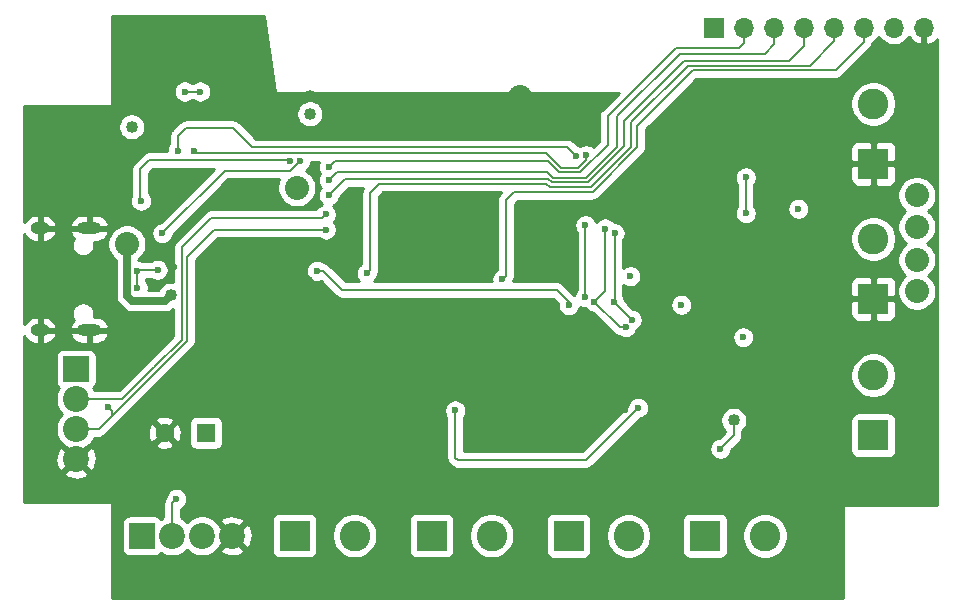
<source format=gbl>
G04 #@! TF.GenerationSoftware,KiCad,Pcbnew,(5.1.9)-1*
G04 #@! TF.CreationDate,2021-06-19T22:35:00+01:00*
G04 #@! TF.ProjectId,garden,67617264-656e-42e6-9b69-6361645f7063,rev?*
G04 #@! TF.SameCoordinates,Original*
G04 #@! TF.FileFunction,Copper,L4,Bot*
G04 #@! TF.FilePolarity,Positive*
%FSLAX46Y46*%
G04 Gerber Fmt 4.6, Leading zero omitted, Abs format (unit mm)*
G04 Created by KiCad (PCBNEW (5.1.9)-1) date 2021-06-19 22:35:00*
%MOMM*%
%LPD*%
G01*
G04 APERTURE LIST*
G04 #@! TA.AperFunction,ComponentPad*
%ADD10O,1.700000X1.700000*%
G04 #@! TD*
G04 #@! TA.AperFunction,ComponentPad*
%ADD11R,1.700000X1.700000*%
G04 #@! TD*
G04 #@! TA.AperFunction,ComponentPad*
%ADD12C,1.600000*%
G04 #@! TD*
G04 #@! TA.AperFunction,ComponentPad*
%ADD13R,1.600000X1.600000*%
G04 #@! TD*
G04 #@! TA.AperFunction,ComponentPad*
%ADD14O,2.100000X1.000000*%
G04 #@! TD*
G04 #@! TA.AperFunction,ComponentPad*
%ADD15O,1.600000X1.000000*%
G04 #@! TD*
G04 #@! TA.AperFunction,ComponentPad*
%ADD16C,2.600000*%
G04 #@! TD*
G04 #@! TA.AperFunction,ComponentPad*
%ADD17R,2.600000X2.600000*%
G04 #@! TD*
G04 #@! TA.AperFunction,ComponentPad*
%ADD18C,2.200000*%
G04 #@! TD*
G04 #@! TA.AperFunction,ComponentPad*
%ADD19R,2.200000X2.200000*%
G04 #@! TD*
G04 #@! TA.AperFunction,ViaPad*
%ADD20C,0.600000*%
G04 #@! TD*
G04 #@! TA.AperFunction,ViaPad*
%ADD21C,1.016000*%
G04 #@! TD*
G04 #@! TA.AperFunction,ViaPad*
%ADD22C,2.032000*%
G04 #@! TD*
G04 #@! TA.AperFunction,Conductor*
%ADD23C,0.177800*%
G04 #@! TD*
G04 #@! TA.AperFunction,Conductor*
%ADD24C,0.203200*%
G04 #@! TD*
G04 #@! TA.AperFunction,Conductor*
%ADD25C,0.635000*%
G04 #@! TD*
G04 #@! TA.AperFunction,Conductor*
%ADD26C,0.254000*%
G04 #@! TD*
G04 #@! TA.AperFunction,Conductor*
%ADD27C,0.100000*%
G04 #@! TD*
G04 APERTURE END LIST*
D10*
X131280000Y-51600000D03*
X128740000Y-51600000D03*
X126200000Y-51600000D03*
X123660000Y-51600000D03*
X121120000Y-51600000D03*
X118580000Y-51600000D03*
X116040000Y-51600000D03*
D11*
X113500000Y-51600000D03*
D12*
X67000000Y-85900000D03*
D13*
X70500000Y-85900000D03*
D14*
X60630000Y-77218000D03*
X60630000Y-68578000D03*
D15*
X56450000Y-68578000D03*
X56450000Y-77218000D03*
D16*
X83080000Y-94600000D03*
D17*
X78000000Y-94600000D03*
D16*
X94680000Y-94600000D03*
D17*
X89600000Y-94600000D03*
D16*
X127000000Y-58039000D03*
D17*
X127000000Y-63119000D03*
D16*
X127000000Y-81026000D03*
D17*
X127000000Y-86106000D03*
D16*
X106275000Y-94615000D03*
D17*
X101195000Y-94615000D03*
D16*
X117832000Y-94615000D03*
D17*
X112752000Y-94615000D03*
D16*
X127000000Y-69469000D03*
D17*
X127000000Y-74549000D03*
D18*
X72715000Y-94626000D03*
X70175000Y-94626000D03*
X67635000Y-94626000D03*
D19*
X65095000Y-94626000D03*
D18*
X59500000Y-88120000D03*
X59500000Y-85580000D03*
X59500000Y-83040000D03*
D19*
X59500000Y-80500000D03*
D20*
X118745000Y-65913000D03*
D21*
X112903000Y-70739000D03*
D20*
X116459000Y-73533000D03*
D21*
X120523000Y-82804000D03*
X113157000Y-85344000D03*
X112014000Y-76835000D03*
X118237000Y-88011000D03*
D22*
X123063000Y-72517000D03*
X123063000Y-75565000D03*
D20*
X106172000Y-78359000D03*
D21*
X66700000Y-65900000D03*
X64200000Y-61800000D03*
X101400000Y-78900000D03*
D20*
X82490302Y-77309698D03*
X99400000Y-78800000D03*
X78000000Y-82000000D03*
X79000000Y-82000000D03*
X80000000Y-82000000D03*
X81000000Y-82000000D03*
X81000000Y-83000000D03*
X81000000Y-84000000D03*
X81000000Y-85000000D03*
X82000000Y-85000000D03*
X83000000Y-85000000D03*
X83000000Y-86000000D03*
X83000000Y-87000000D03*
X83000000Y-88000000D03*
X84000000Y-88000000D03*
X85000000Y-88000000D03*
X86000000Y-88000000D03*
X87000000Y-88000000D03*
X87000000Y-87000000D03*
X87000000Y-86000000D03*
X87000000Y-85000000D03*
X88000000Y-85000000D03*
X88000000Y-84000000D03*
X88000000Y-83000000D03*
X88000000Y-82000000D03*
X89000000Y-82000000D03*
X90000000Y-82000000D03*
X91000000Y-82000000D03*
X92000000Y-82000000D03*
X93000000Y-82000000D03*
X93000000Y-83000000D03*
X93000000Y-84000000D03*
X93000000Y-85000000D03*
X94000000Y-85000000D03*
X94000000Y-86000000D03*
X94000000Y-87000000D03*
X95000000Y-87000000D03*
X96000000Y-87000000D03*
X96000000Y-86000000D03*
X96000000Y-85000000D03*
X97000000Y-85000000D03*
X98000000Y-85000000D03*
X98000000Y-84000000D03*
X98000000Y-83000000D03*
X98000000Y-82000000D03*
X99000000Y-82000000D03*
X100000000Y-82000000D03*
X101000000Y-82000000D03*
X102000000Y-82000000D03*
X103000000Y-82000000D03*
X103000000Y-83000000D03*
X103000000Y-84000000D03*
X104000000Y-84000000D03*
X105000000Y-84000000D03*
X106000000Y-84000000D03*
X106000000Y-83000000D03*
X105000000Y-83000000D03*
X105000000Y-82000000D03*
X104000000Y-81000000D03*
X103000000Y-80000000D03*
X103000000Y-81000000D03*
X102000000Y-81000000D03*
X101000000Y-81000000D03*
X100000000Y-81000000D03*
X99000000Y-81000000D03*
X98000000Y-81000000D03*
X98000000Y-80000000D03*
X97000000Y-80000000D03*
X97000000Y-79000000D03*
X96000000Y-79000000D03*
X95000000Y-79000000D03*
X94000000Y-79000000D03*
X93000000Y-79000000D03*
X92000000Y-79000000D03*
X91000000Y-79000000D03*
X90000000Y-79000000D03*
X89000000Y-79000000D03*
X88000000Y-79000000D03*
X87000000Y-79000000D03*
X86000000Y-79000000D03*
X85000000Y-79000000D03*
X84000000Y-79000000D03*
X83000000Y-79000000D03*
X82000000Y-79000000D03*
X81000000Y-79000000D03*
X80000000Y-80000000D03*
X79000000Y-81000000D03*
X104000000Y-83000000D03*
X104000000Y-82000000D03*
X97000000Y-81000000D03*
X97000000Y-82000000D03*
X97000000Y-83000000D03*
X97000000Y-84000000D03*
X96000000Y-84000000D03*
X96000000Y-83000000D03*
X96000000Y-82000000D03*
X96000000Y-81000000D03*
X96000000Y-80000000D03*
X95000000Y-80000000D03*
X95000000Y-81000000D03*
X95000000Y-82000000D03*
X95000000Y-83000000D03*
X95000000Y-84000000D03*
X95000000Y-85000000D03*
X95000000Y-86000000D03*
X94000000Y-84000000D03*
X94000000Y-83000000D03*
X94000000Y-82000000D03*
X94000000Y-81000000D03*
X94000000Y-80000000D03*
X93000000Y-80000000D03*
X93000000Y-81000000D03*
X92000000Y-81000000D03*
X92000000Y-80000000D03*
X91000000Y-80000000D03*
X91000000Y-81000000D03*
X90000000Y-81000000D03*
X90000000Y-80000000D03*
X89000000Y-80000000D03*
X89000000Y-81000000D03*
X88000000Y-81000000D03*
X88000000Y-80000000D03*
X87000000Y-80000000D03*
X87000000Y-81000000D03*
X87000000Y-82000000D03*
X87000000Y-83000000D03*
X87000000Y-84000000D03*
X86000000Y-84000000D03*
X86000000Y-85000000D03*
X86000000Y-86000000D03*
X86000000Y-87000000D03*
X85000000Y-87000000D03*
X85000000Y-86000000D03*
X85000000Y-85000000D03*
X85000000Y-84000000D03*
X85000000Y-83000000D03*
X86000000Y-83000000D03*
X86000000Y-82000000D03*
X85000000Y-82000000D03*
X85000000Y-81000000D03*
X86000000Y-81000000D03*
X86000000Y-80000000D03*
X85000000Y-80000000D03*
X84000000Y-80000000D03*
X83000000Y-80000000D03*
X82000000Y-80000000D03*
X81000000Y-80000000D03*
X80000000Y-81000000D03*
X81000000Y-81000000D03*
X82000000Y-81000000D03*
X83000000Y-81000000D03*
X84000000Y-81000000D03*
X84000000Y-82000000D03*
X83000000Y-82000000D03*
X82000000Y-82000000D03*
X82000000Y-83000000D03*
X83000000Y-83000000D03*
X84000000Y-83000000D03*
X84000000Y-84000000D03*
X83000000Y-84000000D03*
X82000000Y-84000000D03*
X84000000Y-85000000D03*
X84000000Y-86000000D03*
X84000000Y-87000000D03*
D22*
X78700000Y-73500000D03*
D20*
X67800000Y-71900000D03*
X88100000Y-66900000D03*
X92200000Y-66800000D03*
X91200000Y-66800000D03*
X90200000Y-66800000D03*
X89200000Y-66900000D03*
D21*
X85400000Y-76682600D03*
D22*
X97100000Y-57500000D03*
D21*
X79300000Y-57400000D03*
D20*
X78400000Y-60500000D03*
X120650000Y-66929000D03*
X110744000Y-75057000D03*
X106426000Y-72644000D03*
D21*
X64200000Y-60000000D03*
D22*
X78200000Y-65150000D03*
D21*
X79300000Y-58900000D03*
D20*
X115988563Y-77808223D03*
X116205000Y-67310000D03*
X116205000Y-64262000D03*
D22*
X130683000Y-68453000D03*
X130683000Y-71247000D03*
X130683000Y-73914000D03*
X130683000Y-65786000D03*
D20*
X114046000Y-87249000D03*
D21*
X115189000Y-84836000D03*
D20*
X102616000Y-68326000D03*
X102616000Y-74422000D03*
X103378000Y-74803000D03*
X106045000Y-76962000D03*
X104300000Y-68600000D03*
X70000000Y-57000000D03*
X68700000Y-57000000D03*
X79900000Y-72200000D03*
X101200000Y-75100000D03*
X101854000Y-62484000D03*
X68100000Y-62000000D03*
X69500000Y-62000000D03*
X102700000Y-62400000D03*
X80650000Y-68700000D03*
X62200000Y-83700000D03*
X80650000Y-67400000D03*
X68000000Y-91500000D03*
X105029000Y-74803000D03*
X106553000Y-76327000D03*
X105100000Y-69000000D03*
D22*
X63800000Y-69900000D03*
D21*
X67500000Y-74250000D03*
D20*
X64700000Y-72200000D03*
X64700000Y-73600000D03*
X66400000Y-72100000D03*
X65000000Y-66250000D03*
X77600000Y-62900000D03*
X66800000Y-69000000D03*
X78500000Y-62900000D03*
X107100602Y-83780002D03*
X91600000Y-84000000D03*
X95600000Y-72900000D03*
X84100000Y-72400000D03*
X80900000Y-65800000D03*
X80900000Y-64500000D03*
X80900000Y-63400000D03*
D23*
X78000000Y-82000000D02*
X79000000Y-82000000D01*
X80000000Y-82000000D02*
X81000000Y-82000000D01*
X81000000Y-83000000D02*
X81000000Y-84000000D01*
X81000000Y-85000000D02*
X82000000Y-85000000D01*
X83000000Y-85000000D02*
X83000000Y-86000000D01*
X83000000Y-87000000D02*
X83000000Y-88000000D01*
X84000000Y-88000000D02*
X85000000Y-88000000D01*
X86000000Y-88000000D02*
X87000000Y-88000000D01*
X87000000Y-87000000D02*
X87000000Y-86000000D01*
X87000000Y-85000000D02*
X88000000Y-85000000D01*
X88000000Y-84000000D02*
X88000000Y-83000000D01*
X88000000Y-82000000D02*
X89000000Y-82000000D01*
X90000000Y-82000000D02*
X91000000Y-82000000D01*
X92000000Y-82000000D02*
X93000000Y-82000000D01*
X93000000Y-83000000D02*
X93000000Y-84000000D01*
X93000000Y-85000000D02*
X94000000Y-85000000D01*
X94000000Y-86000000D02*
X94000000Y-87000000D01*
X95000000Y-87000000D02*
X96000000Y-87000000D01*
X96000000Y-86000000D02*
X96000000Y-85000000D01*
X97000000Y-85000000D02*
X98000000Y-85000000D01*
X98000000Y-84000000D02*
X98000000Y-83000000D01*
X98000000Y-82000000D02*
X99000000Y-82000000D01*
X100000000Y-82000000D02*
X101000000Y-82000000D01*
X102000000Y-82000000D02*
X103000000Y-82000000D01*
X103000000Y-83000000D02*
X103000000Y-84000000D01*
X104000000Y-84000000D02*
X105000000Y-84000000D01*
X106000000Y-84000000D02*
X106000000Y-83000000D01*
X105000000Y-83000000D02*
X105000000Y-82000000D01*
X104000000Y-81000000D02*
X103000000Y-80000000D01*
X104000000Y-81000000D02*
X103000000Y-81000000D01*
X102000000Y-81000000D02*
X101000000Y-81000000D01*
X100000000Y-81000000D02*
X99000000Y-81000000D01*
X98000000Y-81000000D02*
X98000000Y-80000000D01*
X97000000Y-80000000D02*
X97000000Y-79000000D01*
X96000000Y-79000000D02*
X95000000Y-79000000D01*
X94000000Y-79000000D02*
X93000000Y-79000000D01*
X92000000Y-79000000D02*
X91000000Y-79000000D01*
X90000000Y-79000000D02*
X89000000Y-79000000D01*
X88000000Y-79000000D02*
X87000000Y-79000000D01*
X86000000Y-79000000D02*
X85000000Y-79000000D01*
X84000000Y-79000000D02*
X83000000Y-79000000D01*
X82000000Y-79000000D02*
X81000000Y-79000000D01*
X80000000Y-80000000D02*
X79000000Y-81000000D01*
X105000000Y-83000000D02*
X104000000Y-83000000D01*
X97000000Y-80000000D02*
X97000000Y-81000000D01*
X97000000Y-82000000D02*
X97000000Y-83000000D01*
X97000000Y-84000000D02*
X96000000Y-84000000D01*
X96000000Y-83000000D02*
X96000000Y-82000000D01*
X96000000Y-81000000D02*
X96000000Y-80000000D01*
X95000000Y-80000000D02*
X95000000Y-81000000D01*
X95000000Y-83000000D02*
X95000000Y-84000000D01*
X95000000Y-85000000D02*
X95000000Y-86000000D01*
X94000000Y-84000000D02*
X94000000Y-83000000D01*
X94000000Y-82000000D02*
X94000000Y-81000000D01*
X94000000Y-80000000D02*
X93000000Y-80000000D01*
X93000000Y-81000000D02*
X92000000Y-81000000D01*
X92000000Y-80000000D02*
X91000000Y-80000000D01*
X91000000Y-81000000D02*
X90000000Y-81000000D01*
X90000000Y-80000000D02*
X89000000Y-80000000D01*
X89000000Y-81000000D02*
X88000000Y-81000000D01*
X88000000Y-80000000D02*
X87000000Y-80000000D01*
X87000000Y-81000000D02*
X87000000Y-82000000D01*
X87000000Y-83000000D02*
X87000000Y-84000000D01*
X86000000Y-84000000D02*
X86000000Y-85000000D01*
X86000000Y-86000000D02*
X86000000Y-87000000D01*
X85000000Y-87000000D02*
X85000000Y-86000000D01*
X85000000Y-85000000D02*
X85000000Y-84000000D01*
X85000000Y-83000000D02*
X86000000Y-83000000D01*
X86000000Y-82000000D02*
X85000000Y-82000000D01*
X85000000Y-81000000D02*
X86000000Y-81000000D01*
X86000000Y-80000000D02*
X85000000Y-80000000D01*
X84000000Y-80000000D02*
X83000000Y-80000000D01*
X83000000Y-80000000D02*
X82000000Y-80000000D01*
X80000000Y-81000000D02*
X81000000Y-81000000D01*
X82000000Y-81000000D02*
X83000000Y-81000000D01*
X84000000Y-81000000D02*
X84000000Y-82000000D01*
X83000000Y-82000000D02*
X82000000Y-82000000D01*
X82000000Y-83000000D02*
X83000000Y-83000000D01*
X84000000Y-83000000D02*
X84000000Y-84000000D01*
X83000000Y-84000000D02*
X82000000Y-84000000D01*
X84000000Y-85000000D02*
X84000000Y-86000000D01*
D24*
X116205000Y-64262000D02*
X116205000Y-67310000D01*
X115189000Y-86106000D02*
X114046000Y-87249000D01*
X115189000Y-84836000D02*
X115189000Y-86106000D01*
X102616000Y-74422000D02*
X102616000Y-74549000D01*
X102616000Y-68326000D02*
X102616000Y-74422000D01*
X105537000Y-76962000D02*
X103378000Y-74803000D01*
X106045000Y-76962000D02*
X105537000Y-76962000D01*
X104300000Y-73881000D02*
X103378000Y-74803000D01*
X104300000Y-68600000D02*
X104300000Y-73881000D01*
D23*
X70000000Y-57000000D02*
X68700000Y-57000000D01*
D24*
X79900000Y-72200000D02*
X80400000Y-72200000D01*
X82012401Y-73812401D02*
X100212401Y-73812401D01*
X80400000Y-72200000D02*
X82012401Y-73812401D01*
X101200000Y-74800000D02*
X101200000Y-75100000D01*
X100212401Y-73812401D02*
X101200000Y-74800000D01*
X101092000Y-61722000D02*
X101854000Y-62484000D01*
X80264000Y-61722000D02*
X101092000Y-61722000D01*
X80264000Y-61722000D02*
X74422000Y-61722000D01*
X74422000Y-61722000D02*
X72800000Y-60100000D01*
X72800000Y-60100000D02*
X68800000Y-60100000D01*
X68100000Y-60800000D02*
X68100000Y-62000000D01*
X68800000Y-60100000D02*
X68100000Y-60800000D01*
X99314000Y-62230000D02*
X100558599Y-63474599D01*
X80899000Y-62230000D02*
X99314000Y-62230000D01*
X69730000Y-62230000D02*
X69500000Y-62000000D01*
X80899000Y-62230000D02*
X69730000Y-62230000D01*
X100558599Y-63474599D02*
X102025401Y-63474599D01*
X102700000Y-62800000D02*
X102700000Y-62400000D01*
X102025401Y-63474599D02*
X102700000Y-62800000D01*
X71200000Y-68700000D02*
X68900000Y-71000000D01*
X68900000Y-71000000D02*
X68900000Y-78088828D01*
X80650000Y-68700000D02*
X71200000Y-68700000D01*
X61408828Y-85580000D02*
X59500000Y-85580000D01*
X68900000Y-78088828D02*
X66494414Y-80494414D01*
X62544414Y-84044414D02*
X62200000Y-83700000D01*
X62544414Y-84444414D02*
X62544414Y-84044414D01*
X66494414Y-80494414D02*
X62544414Y-84444414D01*
X62544414Y-84444414D02*
X61408828Y-85580000D01*
X80650000Y-67400000D02*
X80350000Y-67700000D01*
X80350000Y-67700000D02*
X70950000Y-67700000D01*
X70950000Y-67700000D02*
X68450000Y-70200000D01*
X68450000Y-70200000D02*
X68450000Y-78000000D01*
X63410000Y-83040000D02*
X59500000Y-83040000D01*
X68450000Y-78000000D02*
X66125000Y-80325000D01*
X66125000Y-80325000D02*
X63410000Y-83040000D01*
X67635000Y-91865000D02*
X67635000Y-94626000D01*
X68000000Y-91500000D02*
X67635000Y-91865000D01*
X106553000Y-76327000D02*
X105029000Y-74803000D01*
X105100000Y-74732000D02*
X105029000Y-74803000D01*
X105100000Y-69000000D02*
X105100000Y-74732000D01*
D25*
X64257999Y-74757999D02*
X63800000Y-74300000D01*
X67500000Y-74250000D02*
X66992001Y-74757999D01*
X66992001Y-74757999D02*
X64257999Y-74757999D01*
X63800000Y-69900000D02*
X63800000Y-74300000D01*
D24*
X64700000Y-72200000D02*
X64700000Y-73600000D01*
X64800000Y-72100000D02*
X64700000Y-72200000D01*
X66400000Y-72100000D02*
X64800000Y-72100000D01*
X64900000Y-63600000D02*
X65700000Y-62800000D01*
X64900000Y-66150000D02*
X64900000Y-63600000D01*
X65000000Y-66250000D02*
X64900000Y-66150000D01*
X77500000Y-62800000D02*
X77600000Y-62900000D01*
X65700000Y-62800000D02*
X77500000Y-62800000D01*
X66800000Y-69000000D02*
X72100000Y-63700000D01*
X78457514Y-62900000D02*
X78500000Y-62900000D01*
X77657514Y-63700000D02*
X78457514Y-62900000D01*
X72100000Y-63700000D02*
X77657514Y-63700000D01*
X107100602Y-83780002D02*
X102680604Y-88200000D01*
X102680604Y-88200000D02*
X91800000Y-88200000D01*
X91600000Y-88000000D02*
X91600000Y-84000000D01*
X91800000Y-88200000D02*
X91600000Y-88000000D01*
X95600000Y-72900000D02*
X95900000Y-72600000D01*
X95900000Y-72600000D02*
X95900000Y-66200000D01*
X95900000Y-66200000D02*
X96600000Y-65500000D01*
X103238828Y-65500000D02*
X107000000Y-61738828D01*
X96600000Y-65500000D02*
X103238828Y-65500000D01*
X107000000Y-61738828D02*
X107000000Y-59900000D01*
X111718990Y-55181010D02*
X123818990Y-55181010D01*
X107000000Y-59900000D02*
X111718990Y-55181010D01*
X126200000Y-52800000D02*
X126200000Y-51600000D01*
X123818990Y-55181010D02*
X126200000Y-52800000D01*
X84100000Y-72400000D02*
X84400000Y-72100000D01*
X84400000Y-72100000D02*
X84400000Y-65600000D01*
X84400000Y-65600000D02*
X85218990Y-64781010D01*
X85218990Y-64781010D02*
X85237980Y-64800000D01*
X99603353Y-65081010D02*
X103118990Y-65081010D01*
X99322344Y-64800000D02*
X99603353Y-65081010D01*
X85237980Y-64800000D02*
X99322344Y-64800000D01*
X103118990Y-65081010D02*
X106500000Y-61700000D01*
X106500000Y-61700000D02*
X106500000Y-59600000D01*
X106500000Y-59600000D02*
X111300000Y-54800000D01*
X111300000Y-54800000D02*
X121600000Y-54800000D01*
X123660000Y-52740000D02*
X123660000Y-51600000D01*
X121600000Y-54800000D02*
X123660000Y-52740000D01*
X119900000Y-54400000D02*
X121120000Y-53180000D01*
X111000000Y-54400000D02*
X119900000Y-54400000D01*
X105900000Y-59500000D02*
X111000000Y-54400000D01*
X105900000Y-61638828D02*
X105900000Y-59500000D01*
X121120000Y-53180000D02*
X121120000Y-51600000D01*
X102838828Y-64700000D02*
X105900000Y-61638828D01*
X99761172Y-64700000D02*
X102838828Y-64700000D01*
X99461172Y-64400000D02*
X99761172Y-64700000D01*
X82300000Y-64400000D02*
X99461172Y-64400000D01*
X80900000Y-65800000D02*
X82300000Y-64400000D01*
X80900000Y-64500000D02*
X81600000Y-63800000D01*
X81600000Y-63800000D02*
X99400000Y-63800000D01*
X99400000Y-63800000D02*
X99900000Y-64300000D01*
X99900000Y-64300000D02*
X102700000Y-64300000D01*
X102700000Y-64300000D02*
X105300000Y-61700000D01*
X105300000Y-61700000D02*
X105300000Y-59100000D01*
X105300000Y-59100000D02*
X110600000Y-53800000D01*
X110600000Y-53800000D02*
X117800000Y-53800000D01*
X118580000Y-53020000D02*
X118580000Y-51600000D01*
X117800000Y-53800000D02*
X118580000Y-53020000D01*
X80900000Y-63400000D02*
X81400000Y-62900000D01*
X100400780Y-63855609D02*
X102183220Y-63855609D01*
X99445172Y-62900000D02*
X100400780Y-63855609D01*
X102183220Y-63855609D02*
X104500000Y-61538829D01*
X81400000Y-62900000D02*
X99445172Y-62900000D01*
X104500000Y-61538829D02*
X104500000Y-59100000D01*
X104500000Y-59100000D02*
X110300000Y-53300000D01*
X110300000Y-53300000D02*
X115600000Y-53300000D01*
X116040000Y-52860000D02*
X116040000Y-51600000D01*
X115600000Y-53300000D02*
X116040000Y-52860000D01*
D26*
X76374477Y-57019311D02*
X76380656Y-57043429D01*
X76391422Y-57065877D01*
X76406360Y-57085794D01*
X76424897Y-57102413D01*
X76446320Y-57115097D01*
X76469806Y-57123358D01*
X76500000Y-57127000D01*
X105431291Y-57127000D01*
X104004732Y-58553559D01*
X103976626Y-58576625D01*
X103953560Y-58604731D01*
X103953558Y-58604733D01*
X103884576Y-58688788D01*
X103816178Y-58816753D01*
X103774059Y-58955602D01*
X103759836Y-59100000D01*
X103763401Y-59136193D01*
X103763400Y-61233719D01*
X103309705Y-61687415D01*
X103296028Y-61673738D01*
X103142889Y-61571414D01*
X102972729Y-61500932D01*
X102792089Y-61465000D01*
X102607911Y-61465000D01*
X102427271Y-61500932D01*
X102257111Y-61571414D01*
X102194727Y-61613098D01*
X102126729Y-61584932D01*
X101964340Y-61552630D01*
X101638445Y-61226736D01*
X101615375Y-61198625D01*
X101503213Y-61106576D01*
X101375249Y-61038178D01*
X101236399Y-60996058D01*
X101128186Y-60985400D01*
X101128183Y-60985400D01*
X101092000Y-60981836D01*
X101055817Y-60985400D01*
X74727109Y-60985400D01*
X73346446Y-59604737D01*
X73323375Y-59576625D01*
X73211213Y-59484576D01*
X73083249Y-59416178D01*
X72944399Y-59374058D01*
X72836186Y-59363400D01*
X72836183Y-59363400D01*
X72800000Y-59359836D01*
X72763817Y-59363400D01*
X68836175Y-59363400D01*
X68799999Y-59359837D01*
X68763823Y-59363400D01*
X68763814Y-59363400D01*
X68655601Y-59374058D01*
X68516751Y-59416178D01*
X68388787Y-59484576D01*
X68276625Y-59576625D01*
X68253554Y-59604737D01*
X67604732Y-60253559D01*
X67576625Y-60276626D01*
X67484576Y-60388788D01*
X67416178Y-60516752D01*
X67374058Y-60655602D01*
X67363400Y-60763814D01*
X67359836Y-60800000D01*
X67363400Y-60836184D01*
X67363401Y-61419443D01*
X67271414Y-61557111D01*
X67200932Y-61727271D01*
X67165000Y-61907911D01*
X67165000Y-62063400D01*
X65736186Y-62063400D01*
X65700000Y-62059836D01*
X65663814Y-62063400D01*
X65555601Y-62074058D01*
X65416751Y-62116178D01*
X65330646Y-62162202D01*
X65288787Y-62184576D01*
X65241512Y-62223374D01*
X65176625Y-62276625D01*
X65153559Y-62304731D01*
X64404732Y-63053559D01*
X64376626Y-63076625D01*
X64353560Y-63104731D01*
X64353558Y-63104733D01*
X64284576Y-63188788D01*
X64216178Y-63316753D01*
X64213070Y-63327000D01*
X64180790Y-63433414D01*
X64174059Y-63455602D01*
X64159836Y-63600000D01*
X64163401Y-63636193D01*
X64163400Y-65826458D01*
X64100932Y-65977271D01*
X64065000Y-66157911D01*
X64065000Y-66342089D01*
X64100932Y-66522729D01*
X64171414Y-66692889D01*
X64273738Y-66846028D01*
X64403972Y-66976262D01*
X64557111Y-67078586D01*
X64727271Y-67149068D01*
X64907911Y-67185000D01*
X65092089Y-67185000D01*
X65272729Y-67149068D01*
X65442889Y-67078586D01*
X65596028Y-66976262D01*
X65726262Y-66846028D01*
X65828586Y-66692889D01*
X65899068Y-66522729D01*
X65935000Y-66342089D01*
X65935000Y-66157911D01*
X65899068Y-65977271D01*
X65828586Y-65807111D01*
X65726262Y-65653972D01*
X65636600Y-65564310D01*
X65636600Y-63905109D01*
X66005110Y-63536600D01*
X71221690Y-63536600D01*
X66689661Y-68068630D01*
X66527271Y-68100932D01*
X66357111Y-68171414D01*
X66203972Y-68273738D01*
X66073738Y-68403972D01*
X65971414Y-68557111D01*
X65900932Y-68727271D01*
X65865000Y-68907911D01*
X65865000Y-69092089D01*
X65900932Y-69272729D01*
X65971414Y-69442889D01*
X66073738Y-69596028D01*
X66203972Y-69726262D01*
X66357111Y-69828586D01*
X66527271Y-69899068D01*
X66707911Y-69935000D01*
X66892089Y-69935000D01*
X67072729Y-69899068D01*
X67242889Y-69828586D01*
X67396028Y-69726262D01*
X67526262Y-69596028D01*
X67628586Y-69442889D01*
X67699068Y-69272729D01*
X67731370Y-69110339D01*
X72405110Y-64436600D01*
X76708471Y-64436600D01*
X76612447Y-64668421D01*
X76549000Y-64987391D01*
X76549000Y-65312609D01*
X76612447Y-65631579D01*
X76736903Y-65932042D01*
X76917585Y-66202451D01*
X77147549Y-66432415D01*
X77417958Y-66613097D01*
X77718421Y-66737553D01*
X78037391Y-66801000D01*
X78362609Y-66801000D01*
X78681579Y-66737553D01*
X78982042Y-66613097D01*
X79252451Y-66432415D01*
X79482415Y-66202451D01*
X79663097Y-65932042D01*
X79787553Y-65631579D01*
X79851000Y-65312609D01*
X79851000Y-64987391D01*
X79787553Y-64668421D01*
X79663097Y-64367958D01*
X79482415Y-64097549D01*
X79252451Y-63867585D01*
X78993657Y-63694664D01*
X79096028Y-63626262D01*
X79226262Y-63496028D01*
X79328586Y-63342889D01*
X79399068Y-63172729D01*
X79435000Y-62992089D01*
X79435000Y-62966600D01*
X80067484Y-62966600D01*
X80000932Y-63127271D01*
X79965000Y-63307911D01*
X79965000Y-63492089D01*
X80000932Y-63672729D01*
X80071414Y-63842889D01*
X80142983Y-63950000D01*
X80071414Y-64057111D01*
X80000932Y-64227271D01*
X79965000Y-64407911D01*
X79965000Y-64592089D01*
X80000932Y-64772729D01*
X80071414Y-64942889D01*
X80173738Y-65096028D01*
X80227710Y-65150000D01*
X80173738Y-65203972D01*
X80071414Y-65357111D01*
X80000932Y-65527271D01*
X79965000Y-65707911D01*
X79965000Y-65892089D01*
X80000932Y-66072729D01*
X80071414Y-66242889D01*
X80173738Y-66396028D01*
X80303972Y-66526262D01*
X80308620Y-66529368D01*
X80207111Y-66571414D01*
X80053972Y-66673738D01*
X79923738Y-66803972D01*
X79821414Y-66957111D01*
X79818809Y-66963400D01*
X70986186Y-66963400D01*
X70950000Y-66959836D01*
X70913814Y-66963400D01*
X70805601Y-66974058D01*
X70666751Y-67016178D01*
X70538787Y-67084576D01*
X70426625Y-67176625D01*
X70403559Y-67204731D01*
X67954732Y-69653559D01*
X67926625Y-69676626D01*
X67903559Y-69704732D01*
X67903558Y-69704733D01*
X67896546Y-69713277D01*
X67834576Y-69788788D01*
X67766178Y-69916752D01*
X67724058Y-70055602D01*
X67713400Y-70163814D01*
X67709836Y-70200000D01*
X67713400Y-70236183D01*
X67713400Y-73127055D01*
X67612576Y-73107000D01*
X67387424Y-73107000D01*
X67166599Y-73150925D01*
X66958587Y-73237087D01*
X66771380Y-73362174D01*
X66612174Y-73521380D01*
X66487087Y-73708587D01*
X66446944Y-73805499D01*
X65612441Y-73805499D01*
X65635000Y-73692089D01*
X65635000Y-73507911D01*
X65599068Y-73327271D01*
X65528586Y-73157111D01*
X65436600Y-73019444D01*
X65436600Y-72836600D01*
X65819444Y-72836600D01*
X65957111Y-72928586D01*
X66127271Y-72999068D01*
X66307911Y-73035000D01*
X66492089Y-73035000D01*
X66672729Y-72999068D01*
X66842889Y-72928586D01*
X66996028Y-72826262D01*
X67126262Y-72696028D01*
X67228586Y-72542889D01*
X67299068Y-72372729D01*
X67335000Y-72192089D01*
X67335000Y-72007911D01*
X67299068Y-71827271D01*
X67228586Y-71657111D01*
X67126262Y-71503972D01*
X66996028Y-71373738D01*
X66842889Y-71271414D01*
X66672729Y-71200932D01*
X66492089Y-71165000D01*
X66307911Y-71165000D01*
X66127271Y-71200932D01*
X65957111Y-71271414D01*
X65819444Y-71363400D01*
X65123541Y-71363400D01*
X64972729Y-71300932D01*
X64792089Y-71265000D01*
X64752500Y-71265000D01*
X64752500Y-71249200D01*
X64852451Y-71182415D01*
X65082415Y-70952451D01*
X65263097Y-70682042D01*
X65387553Y-70381579D01*
X65451000Y-70062609D01*
X65451000Y-69737391D01*
X65387553Y-69418421D01*
X65263097Y-69117958D01*
X65082415Y-68847549D01*
X64852451Y-68617585D01*
X64582042Y-68436903D01*
X64281579Y-68312447D01*
X63962609Y-68249000D01*
X63637391Y-68249000D01*
X63318421Y-68312447D01*
X63017958Y-68436903D01*
X62747549Y-68617585D01*
X62517585Y-68847549D01*
X62336903Y-69117958D01*
X62212447Y-69418421D01*
X62149000Y-69737391D01*
X62149000Y-70062609D01*
X62212447Y-70381579D01*
X62336903Y-70682042D01*
X62517585Y-70952451D01*
X62747549Y-71182415D01*
X62847500Y-71249201D01*
X62847501Y-74253205D01*
X62842892Y-74300000D01*
X62861283Y-74486722D01*
X62915749Y-74666269D01*
X63001806Y-74827271D01*
X63004195Y-74831741D01*
X63123223Y-74976778D01*
X63159565Y-75006603D01*
X63551388Y-75398425D01*
X63581221Y-75434777D01*
X63726258Y-75553805D01*
X63891730Y-75642251D01*
X64060503Y-75693448D01*
X64071276Y-75696716D01*
X64257998Y-75715107D01*
X64304783Y-75710499D01*
X66945216Y-75710499D01*
X66992001Y-75715107D01*
X67038786Y-75710499D01*
X67178724Y-75696716D01*
X67358270Y-75642251D01*
X67523742Y-75553805D01*
X67668779Y-75434777D01*
X67698608Y-75398430D01*
X67713401Y-75383637D01*
X67713401Y-77694889D01*
X65629737Y-79778554D01*
X65629732Y-79778558D01*
X63104891Y-82303400D01*
X61072841Y-82303400D01*
X61037537Y-82218169D01*
X60970310Y-82117557D01*
X61051185Y-82051185D01*
X61130537Y-81954494D01*
X61189502Y-81844180D01*
X61225812Y-81724482D01*
X61238072Y-81600000D01*
X61238072Y-79400000D01*
X61225812Y-79275518D01*
X61189502Y-79155820D01*
X61130537Y-79045506D01*
X61051185Y-78948815D01*
X60954494Y-78869463D01*
X60844180Y-78810498D01*
X60724482Y-78774188D01*
X60600000Y-78761928D01*
X58400000Y-78761928D01*
X58275518Y-78774188D01*
X58155820Y-78810498D01*
X58045506Y-78869463D01*
X57948815Y-78948815D01*
X57869463Y-79045506D01*
X57810498Y-79155820D01*
X57774188Y-79275518D01*
X57761928Y-79400000D01*
X57761928Y-81600000D01*
X57774188Y-81724482D01*
X57810498Y-81844180D01*
X57869463Y-81954494D01*
X57948815Y-82051185D01*
X58029690Y-82117557D01*
X57962463Y-82218169D01*
X57831675Y-82533919D01*
X57765000Y-82869117D01*
X57765000Y-83210883D01*
X57831675Y-83546081D01*
X57962463Y-83861831D01*
X58152337Y-84145998D01*
X58316339Y-84310000D01*
X58152337Y-84474002D01*
X57962463Y-84758169D01*
X57831675Y-85073919D01*
X57765000Y-85409117D01*
X57765000Y-85750883D01*
X57831675Y-86086081D01*
X57962463Y-86401831D01*
X58152337Y-86685998D01*
X58394002Y-86927663D01*
X58675074Y-87115469D01*
X59500000Y-87940395D01*
X60324926Y-87115469D01*
X60605998Y-86927663D01*
X60640959Y-86892702D01*
X66186903Y-86892702D01*
X66258486Y-87136671D01*
X66513996Y-87257571D01*
X66788184Y-87326300D01*
X67070512Y-87340217D01*
X67350130Y-87298787D01*
X67616292Y-87203603D01*
X67741514Y-87136671D01*
X67813097Y-86892702D01*
X67000000Y-86079605D01*
X66186903Y-86892702D01*
X60640959Y-86892702D01*
X60847663Y-86685998D01*
X61037537Y-86401831D01*
X61072841Y-86316600D01*
X61372645Y-86316600D01*
X61408828Y-86320164D01*
X61445011Y-86316600D01*
X61445014Y-86316600D01*
X61553227Y-86305942D01*
X61692077Y-86263822D01*
X61820041Y-86195424D01*
X61932203Y-86103375D01*
X61955273Y-86075264D01*
X62060025Y-85970512D01*
X65559783Y-85970512D01*
X65601213Y-86250130D01*
X65696397Y-86516292D01*
X65763329Y-86641514D01*
X66007298Y-86713097D01*
X66820395Y-85900000D01*
X67179605Y-85900000D01*
X67992702Y-86713097D01*
X68236671Y-86641514D01*
X68357571Y-86386004D01*
X68426300Y-86111816D01*
X68440217Y-85829488D01*
X68398787Y-85549870D01*
X68303603Y-85283708D01*
X68236671Y-85158486D01*
X68037340Y-85100000D01*
X69061928Y-85100000D01*
X69061928Y-86700000D01*
X69074188Y-86824482D01*
X69110498Y-86944180D01*
X69169463Y-87054494D01*
X69248815Y-87151185D01*
X69345506Y-87230537D01*
X69455820Y-87289502D01*
X69575518Y-87325812D01*
X69700000Y-87338072D01*
X71300000Y-87338072D01*
X71424482Y-87325812D01*
X71544180Y-87289502D01*
X71654494Y-87230537D01*
X71751185Y-87151185D01*
X71830537Y-87054494D01*
X71889502Y-86944180D01*
X71925812Y-86824482D01*
X71938072Y-86700000D01*
X71938072Y-85100000D01*
X71925812Y-84975518D01*
X71889502Y-84855820D01*
X71830537Y-84745506D01*
X71751185Y-84648815D01*
X71654494Y-84569463D01*
X71544180Y-84510498D01*
X71424482Y-84474188D01*
X71300000Y-84461928D01*
X69700000Y-84461928D01*
X69575518Y-84474188D01*
X69455820Y-84510498D01*
X69345506Y-84569463D01*
X69248815Y-84648815D01*
X69169463Y-84745506D01*
X69110498Y-84855820D01*
X69074188Y-84975518D01*
X69061928Y-85100000D01*
X68037340Y-85100000D01*
X67992702Y-85086903D01*
X67179605Y-85900000D01*
X66820395Y-85900000D01*
X66007298Y-85086903D01*
X65763329Y-85158486D01*
X65642429Y-85413996D01*
X65573700Y-85688184D01*
X65559783Y-85970512D01*
X62060025Y-85970512D01*
X63039687Y-84990851D01*
X63067788Y-84967789D01*
X63090851Y-84939687D01*
X63090856Y-84939682D01*
X63090861Y-84939676D01*
X63123239Y-84907298D01*
X66186903Y-84907298D01*
X67000000Y-85720395D01*
X67813097Y-84907298D01*
X67741514Y-84663329D01*
X67486004Y-84542429D01*
X67211816Y-84473700D01*
X66929488Y-84459783D01*
X66649870Y-84501213D01*
X66383708Y-84596397D01*
X66258486Y-84663329D01*
X66186903Y-84907298D01*
X63123239Y-84907298D01*
X64122626Y-83907911D01*
X90665000Y-83907911D01*
X90665000Y-84092089D01*
X90700932Y-84272729D01*
X90771414Y-84442889D01*
X90863401Y-84580557D01*
X90863400Y-87963817D01*
X90859836Y-88000000D01*
X90863400Y-88036183D01*
X90863400Y-88036185D01*
X90874058Y-88144398D01*
X90916178Y-88283248D01*
X90948864Y-88344399D01*
X90984576Y-88411212D01*
X91043694Y-88483247D01*
X91076625Y-88523374D01*
X91104732Y-88546441D01*
X91253554Y-88695263D01*
X91276625Y-88723375D01*
X91388787Y-88815424D01*
X91516751Y-88883822D01*
X91655598Y-88925941D01*
X91655601Y-88925942D01*
X91800000Y-88940164D01*
X91836186Y-88936600D01*
X102644421Y-88936600D01*
X102680604Y-88940164D01*
X102716787Y-88936600D01*
X102716790Y-88936600D01*
X102825003Y-88925942D01*
X102963853Y-88883822D01*
X103091817Y-88815424D01*
X103203979Y-88723375D01*
X103227050Y-88695263D01*
X104765402Y-87156911D01*
X113111000Y-87156911D01*
X113111000Y-87341089D01*
X113146932Y-87521729D01*
X113217414Y-87691889D01*
X113319738Y-87845028D01*
X113449972Y-87975262D01*
X113603111Y-88077586D01*
X113773271Y-88148068D01*
X113953911Y-88184000D01*
X114138089Y-88184000D01*
X114318729Y-88148068D01*
X114488889Y-88077586D01*
X114642028Y-87975262D01*
X114772262Y-87845028D01*
X114874586Y-87691889D01*
X114945068Y-87521729D01*
X114977370Y-87359340D01*
X115684269Y-86652441D01*
X115712375Y-86629375D01*
X115804424Y-86517213D01*
X115872822Y-86389249D01*
X115914942Y-86250399D01*
X115925600Y-86142186D01*
X115925600Y-86142177D01*
X115929163Y-86106001D01*
X115925600Y-86069825D01*
X115925600Y-85715846D01*
X116076826Y-85564620D01*
X116201913Y-85377413D01*
X116288075Y-85169401D01*
X116332000Y-84948576D01*
X116332000Y-84806000D01*
X125061928Y-84806000D01*
X125061928Y-87406000D01*
X125074188Y-87530482D01*
X125110498Y-87650180D01*
X125169463Y-87760494D01*
X125248815Y-87857185D01*
X125345506Y-87936537D01*
X125455820Y-87995502D01*
X125575518Y-88031812D01*
X125700000Y-88044072D01*
X128300000Y-88044072D01*
X128424482Y-88031812D01*
X128544180Y-87995502D01*
X128654494Y-87936537D01*
X128751185Y-87857185D01*
X128830537Y-87760494D01*
X128889502Y-87650180D01*
X128925812Y-87530482D01*
X128938072Y-87406000D01*
X128938072Y-84806000D01*
X128925812Y-84681518D01*
X128889502Y-84561820D01*
X128830537Y-84451506D01*
X128751185Y-84354815D01*
X128654494Y-84275463D01*
X128544180Y-84216498D01*
X128424482Y-84180188D01*
X128300000Y-84167928D01*
X125700000Y-84167928D01*
X125575518Y-84180188D01*
X125455820Y-84216498D01*
X125345506Y-84275463D01*
X125248815Y-84354815D01*
X125169463Y-84451506D01*
X125110498Y-84561820D01*
X125074188Y-84681518D01*
X125061928Y-84806000D01*
X116332000Y-84806000D01*
X116332000Y-84723424D01*
X116288075Y-84502599D01*
X116201913Y-84294587D01*
X116076826Y-84107380D01*
X115917620Y-83948174D01*
X115730413Y-83823087D01*
X115522401Y-83736925D01*
X115301576Y-83693000D01*
X115076424Y-83693000D01*
X114855599Y-83736925D01*
X114647587Y-83823087D01*
X114460380Y-83948174D01*
X114301174Y-84107380D01*
X114176087Y-84294587D01*
X114089925Y-84502599D01*
X114046000Y-84723424D01*
X114046000Y-84948576D01*
X114089925Y-85169401D01*
X114176087Y-85377413D01*
X114301174Y-85564620D01*
X114452401Y-85715847D01*
X114452401Y-85800889D01*
X113935660Y-86317630D01*
X113773271Y-86349932D01*
X113603111Y-86420414D01*
X113449972Y-86522738D01*
X113319738Y-86652972D01*
X113217414Y-86806111D01*
X113146932Y-86976271D01*
X113111000Y-87156911D01*
X104765402Y-87156911D01*
X107210942Y-84711372D01*
X107373331Y-84679070D01*
X107543491Y-84608588D01*
X107696630Y-84506264D01*
X107826864Y-84376030D01*
X107929188Y-84222891D01*
X107999670Y-84052731D01*
X108035602Y-83872091D01*
X108035602Y-83687913D01*
X107999670Y-83507273D01*
X107929188Y-83337113D01*
X107826864Y-83183974D01*
X107696630Y-83053740D01*
X107543491Y-82951416D01*
X107373331Y-82880934D01*
X107192691Y-82845002D01*
X107008513Y-82845002D01*
X106827873Y-82880934D01*
X106657713Y-82951416D01*
X106504574Y-83053740D01*
X106374340Y-83183974D01*
X106272016Y-83337113D01*
X106201534Y-83507273D01*
X106169232Y-83669662D01*
X102375495Y-87463400D01*
X92336600Y-87463400D01*
X92336600Y-84580556D01*
X92428586Y-84442889D01*
X92499068Y-84272729D01*
X92535000Y-84092089D01*
X92535000Y-83907911D01*
X92499068Y-83727271D01*
X92428586Y-83557111D01*
X92326262Y-83403972D01*
X92196028Y-83273738D01*
X92042889Y-83171414D01*
X91872729Y-83100932D01*
X91692089Y-83065000D01*
X91507911Y-83065000D01*
X91327271Y-83100932D01*
X91157111Y-83171414D01*
X91003972Y-83273738D01*
X90873738Y-83403972D01*
X90771414Y-83557111D01*
X90700932Y-83727271D01*
X90665000Y-83907911D01*
X64122626Y-83907911D01*
X67040856Y-80989682D01*
X67040861Y-80989676D01*
X67195118Y-80835419D01*
X125065000Y-80835419D01*
X125065000Y-81216581D01*
X125139361Y-81590419D01*
X125285225Y-81942566D01*
X125496987Y-82259491D01*
X125766509Y-82529013D01*
X126083434Y-82740775D01*
X126435581Y-82886639D01*
X126809419Y-82961000D01*
X127190581Y-82961000D01*
X127564419Y-82886639D01*
X127916566Y-82740775D01*
X128233491Y-82529013D01*
X128503013Y-82259491D01*
X128714775Y-81942566D01*
X128860639Y-81590419D01*
X128935000Y-81216581D01*
X128935000Y-80835419D01*
X128860639Y-80461581D01*
X128714775Y-80109434D01*
X128503013Y-79792509D01*
X128233491Y-79522987D01*
X127916566Y-79311225D01*
X127564419Y-79165361D01*
X127190581Y-79091000D01*
X126809419Y-79091000D01*
X126435581Y-79165361D01*
X126083434Y-79311225D01*
X125766509Y-79522987D01*
X125496987Y-79792509D01*
X125285225Y-80109434D01*
X125139361Y-80461581D01*
X125065000Y-80835419D01*
X67195118Y-80835419D01*
X69395263Y-78635274D01*
X69423375Y-78612203D01*
X69515424Y-78500041D01*
X69583822Y-78372077D01*
X69625942Y-78233227D01*
X69636600Y-78125014D01*
X69636600Y-78125005D01*
X69640163Y-78088829D01*
X69636600Y-78052653D01*
X69636600Y-71305109D01*
X71505110Y-69436600D01*
X80069444Y-69436600D01*
X80207111Y-69528586D01*
X80377271Y-69599068D01*
X80557911Y-69635000D01*
X80742089Y-69635000D01*
X80922729Y-69599068D01*
X81092889Y-69528586D01*
X81246028Y-69426262D01*
X81376262Y-69296028D01*
X81478586Y-69142889D01*
X81549068Y-68972729D01*
X81585000Y-68792089D01*
X81585000Y-68607911D01*
X81549068Y-68427271D01*
X81478586Y-68257111D01*
X81376262Y-68103972D01*
X81322290Y-68050000D01*
X81376262Y-67996028D01*
X81478586Y-67842889D01*
X81549068Y-67672729D01*
X81585000Y-67492089D01*
X81585000Y-67307911D01*
X81549068Y-67127271D01*
X81478586Y-66957111D01*
X81376262Y-66803972D01*
X81246028Y-66673738D01*
X81241380Y-66670632D01*
X81342889Y-66628586D01*
X81496028Y-66526262D01*
X81626262Y-66396028D01*
X81728586Y-66242889D01*
X81799068Y-66072729D01*
X81831370Y-65910340D01*
X82605110Y-65136600D01*
X83827405Y-65136600D01*
X83784576Y-65188788D01*
X83716178Y-65316753D01*
X83674059Y-65455602D01*
X83659836Y-65600000D01*
X83663401Y-65636193D01*
X83663400Y-71568809D01*
X83657111Y-71571414D01*
X83503972Y-71673738D01*
X83373738Y-71803972D01*
X83271414Y-71957111D01*
X83200932Y-72127271D01*
X83165000Y-72307911D01*
X83165000Y-72492089D01*
X83200932Y-72672729D01*
X83271414Y-72842889D01*
X83373738Y-72996028D01*
X83453511Y-73075801D01*
X82317510Y-73075801D01*
X80946446Y-71704737D01*
X80923375Y-71676625D01*
X80811213Y-71584576D01*
X80683249Y-71516178D01*
X80544399Y-71474058D01*
X80488227Y-71468526D01*
X80342889Y-71371414D01*
X80172729Y-71300932D01*
X79992089Y-71265000D01*
X79807911Y-71265000D01*
X79627271Y-71300932D01*
X79457111Y-71371414D01*
X79303972Y-71473738D01*
X79173738Y-71603972D01*
X79071414Y-71757111D01*
X79000932Y-71927271D01*
X78965000Y-72107911D01*
X78965000Y-72292089D01*
X79000932Y-72472729D01*
X79071414Y-72642889D01*
X79173738Y-72796028D01*
X79303972Y-72926262D01*
X79457111Y-73028586D01*
X79627271Y-73099068D01*
X79807911Y-73135000D01*
X79992089Y-73135000D01*
X80172729Y-73099068D01*
X80232572Y-73074281D01*
X81465955Y-74307664D01*
X81489026Y-74335776D01*
X81601188Y-74427825D01*
X81729152Y-74496223D01*
X81868002Y-74538343D01*
X81976215Y-74549001D01*
X81976224Y-74549001D01*
X82012400Y-74552564D01*
X82048576Y-74549001D01*
X99907292Y-74549001D01*
X100281791Y-74923500D01*
X100265000Y-75007911D01*
X100265000Y-75192089D01*
X100300932Y-75372729D01*
X100371414Y-75542889D01*
X100473738Y-75696028D01*
X100603972Y-75826262D01*
X100757111Y-75928586D01*
X100927271Y-75999068D01*
X101107911Y-76035000D01*
X101292089Y-76035000D01*
X101472729Y-75999068D01*
X101642889Y-75928586D01*
X101796028Y-75826262D01*
X101926262Y-75696028D01*
X102028586Y-75542889D01*
X102099068Y-75372729D01*
X102129200Y-75221246D01*
X102173111Y-75250586D01*
X102343271Y-75321068D01*
X102523911Y-75357000D01*
X102623656Y-75357000D01*
X102651738Y-75399028D01*
X102781972Y-75529262D01*
X102935111Y-75631586D01*
X103105271Y-75702068D01*
X103267661Y-75734370D01*
X104990559Y-77457269D01*
X105013625Y-77485375D01*
X105125787Y-77577424D01*
X105253751Y-77645822D01*
X105392601Y-77687942D01*
X105458156Y-77694399D01*
X105602111Y-77790586D01*
X105772271Y-77861068D01*
X105952911Y-77897000D01*
X106137089Y-77897000D01*
X106317729Y-77861068D01*
X106487889Y-77790586D01*
X106599314Y-77716134D01*
X115053563Y-77716134D01*
X115053563Y-77900312D01*
X115089495Y-78080952D01*
X115159977Y-78251112D01*
X115262301Y-78404251D01*
X115392535Y-78534485D01*
X115545674Y-78636809D01*
X115715834Y-78707291D01*
X115896474Y-78743223D01*
X116080652Y-78743223D01*
X116261292Y-78707291D01*
X116431452Y-78636809D01*
X116584591Y-78534485D01*
X116714825Y-78404251D01*
X116817149Y-78251112D01*
X116887631Y-78080952D01*
X116923563Y-77900312D01*
X116923563Y-77716134D01*
X116887631Y-77535494D01*
X116817149Y-77365334D01*
X116714825Y-77212195D01*
X116584591Y-77081961D01*
X116431452Y-76979637D01*
X116261292Y-76909155D01*
X116080652Y-76873223D01*
X115896474Y-76873223D01*
X115715834Y-76909155D01*
X115545674Y-76979637D01*
X115392535Y-77081961D01*
X115262301Y-77212195D01*
X115159977Y-77365334D01*
X115089495Y-77535494D01*
X115053563Y-77716134D01*
X106599314Y-77716134D01*
X106641028Y-77688262D01*
X106771262Y-77558028D01*
X106873586Y-77404889D01*
X106944068Y-77234729D01*
X106956571Y-77171872D01*
X106995889Y-77155586D01*
X107149028Y-77053262D01*
X107279262Y-76923028D01*
X107381586Y-76769889D01*
X107452068Y-76599729D01*
X107488000Y-76419089D01*
X107488000Y-76234911D01*
X107452068Y-76054271D01*
X107381586Y-75884111D01*
X107279262Y-75730972D01*
X107149028Y-75600738D01*
X106995889Y-75498414D01*
X106825729Y-75427932D01*
X106663339Y-75395630D01*
X106232620Y-74964911D01*
X109809000Y-74964911D01*
X109809000Y-75149089D01*
X109844932Y-75329729D01*
X109915414Y-75499889D01*
X110017738Y-75653028D01*
X110147972Y-75783262D01*
X110301111Y-75885586D01*
X110471271Y-75956068D01*
X110651911Y-75992000D01*
X110836089Y-75992000D01*
X111016729Y-75956068D01*
X111186889Y-75885586D01*
X111241643Y-75849000D01*
X125061928Y-75849000D01*
X125074188Y-75973482D01*
X125110498Y-76093180D01*
X125169463Y-76203494D01*
X125248815Y-76300185D01*
X125345506Y-76379537D01*
X125455820Y-76438502D01*
X125575518Y-76474812D01*
X125700000Y-76487072D01*
X126714250Y-76484000D01*
X126873000Y-76325250D01*
X126873000Y-74676000D01*
X127127000Y-74676000D01*
X127127000Y-76325250D01*
X127285750Y-76484000D01*
X128300000Y-76487072D01*
X128424482Y-76474812D01*
X128544180Y-76438502D01*
X128654494Y-76379537D01*
X128751185Y-76300185D01*
X128830537Y-76203494D01*
X128889502Y-76093180D01*
X128925812Y-75973482D01*
X128938072Y-75849000D01*
X128935000Y-74834750D01*
X128776250Y-74676000D01*
X127127000Y-74676000D01*
X126873000Y-74676000D01*
X125223750Y-74676000D01*
X125065000Y-74834750D01*
X125061928Y-75849000D01*
X111241643Y-75849000D01*
X111340028Y-75783262D01*
X111470262Y-75653028D01*
X111572586Y-75499889D01*
X111643068Y-75329729D01*
X111679000Y-75149089D01*
X111679000Y-74964911D01*
X111643068Y-74784271D01*
X111572586Y-74614111D01*
X111470262Y-74460972D01*
X111340028Y-74330738D01*
X111186889Y-74228414D01*
X111016729Y-74157932D01*
X110836089Y-74122000D01*
X110651911Y-74122000D01*
X110471271Y-74157932D01*
X110301111Y-74228414D01*
X110147972Y-74330738D01*
X110017738Y-74460972D01*
X109915414Y-74614111D01*
X109844932Y-74784271D01*
X109809000Y-74964911D01*
X106232620Y-74964911D01*
X105960370Y-74692661D01*
X105928068Y-74530271D01*
X105857586Y-74360111D01*
X105836600Y-74328703D01*
X105836600Y-73374691D01*
X105983111Y-73472586D01*
X106153271Y-73543068D01*
X106333911Y-73579000D01*
X106518089Y-73579000D01*
X106698729Y-73543068D01*
X106868889Y-73472586D01*
X107022028Y-73370262D01*
X107143290Y-73249000D01*
X125061928Y-73249000D01*
X125065000Y-74263250D01*
X125223750Y-74422000D01*
X126873000Y-74422000D01*
X126873000Y-72772750D01*
X127127000Y-72772750D01*
X127127000Y-74422000D01*
X128776250Y-74422000D01*
X128935000Y-74263250D01*
X128938072Y-73249000D01*
X128925812Y-73124518D01*
X128889502Y-73004820D01*
X128830537Y-72894506D01*
X128751185Y-72797815D01*
X128654494Y-72718463D01*
X128544180Y-72659498D01*
X128424482Y-72623188D01*
X128300000Y-72610928D01*
X127285750Y-72614000D01*
X127127000Y-72772750D01*
X126873000Y-72772750D01*
X126714250Y-72614000D01*
X125700000Y-72610928D01*
X125575518Y-72623188D01*
X125455820Y-72659498D01*
X125345506Y-72718463D01*
X125248815Y-72797815D01*
X125169463Y-72894506D01*
X125110498Y-73004820D01*
X125074188Y-73124518D01*
X125061928Y-73249000D01*
X107143290Y-73249000D01*
X107152262Y-73240028D01*
X107254586Y-73086889D01*
X107325068Y-72916729D01*
X107361000Y-72736089D01*
X107361000Y-72551911D01*
X107325068Y-72371271D01*
X107254586Y-72201111D01*
X107152262Y-72047972D01*
X107022028Y-71917738D01*
X106868889Y-71815414D01*
X106698729Y-71744932D01*
X106518089Y-71709000D01*
X106333911Y-71709000D01*
X106153271Y-71744932D01*
X105983111Y-71815414D01*
X105836600Y-71913309D01*
X105836600Y-69580556D01*
X105928586Y-69442889D01*
X105996711Y-69278419D01*
X125065000Y-69278419D01*
X125065000Y-69659581D01*
X125139361Y-70033419D01*
X125285225Y-70385566D01*
X125496987Y-70702491D01*
X125766509Y-70972013D01*
X126083434Y-71183775D01*
X126435581Y-71329639D01*
X126809419Y-71404000D01*
X127190581Y-71404000D01*
X127564419Y-71329639D01*
X127916566Y-71183775D01*
X128233491Y-70972013D01*
X128503013Y-70702491D01*
X128714775Y-70385566D01*
X128860639Y-70033419D01*
X128935000Y-69659581D01*
X128935000Y-69278419D01*
X128860639Y-68904581D01*
X128714775Y-68552434D01*
X128503013Y-68235509D01*
X128233491Y-67965987D01*
X127916566Y-67754225D01*
X127564419Y-67608361D01*
X127190581Y-67534000D01*
X126809419Y-67534000D01*
X126435581Y-67608361D01*
X126083434Y-67754225D01*
X125766509Y-67965987D01*
X125496987Y-68235509D01*
X125285225Y-68552434D01*
X125139361Y-68904581D01*
X125065000Y-69278419D01*
X105996711Y-69278419D01*
X105999068Y-69272729D01*
X106035000Y-69092089D01*
X106035000Y-68907911D01*
X105999068Y-68727271D01*
X105928586Y-68557111D01*
X105826262Y-68403972D01*
X105696028Y-68273738D01*
X105542889Y-68171414D01*
X105372729Y-68100932D01*
X105192089Y-68065000D01*
X105067040Y-68065000D01*
X105026262Y-68003972D01*
X104896028Y-67873738D01*
X104742889Y-67771414D01*
X104572729Y-67700932D01*
X104392089Y-67665000D01*
X104207911Y-67665000D01*
X104027271Y-67700932D01*
X103857111Y-67771414D01*
X103703972Y-67873738D01*
X103573738Y-68003972D01*
X103520970Y-68082944D01*
X103515068Y-68053271D01*
X103444586Y-67883111D01*
X103342262Y-67729972D01*
X103212028Y-67599738D01*
X103058889Y-67497414D01*
X102888729Y-67426932D01*
X102708089Y-67391000D01*
X102523911Y-67391000D01*
X102343271Y-67426932D01*
X102173111Y-67497414D01*
X102019972Y-67599738D01*
X101889738Y-67729972D01*
X101787414Y-67883111D01*
X101716932Y-68053271D01*
X101681000Y-68233911D01*
X101681000Y-68418089D01*
X101716932Y-68598729D01*
X101787414Y-68768889D01*
X101879400Y-68906556D01*
X101879401Y-73841443D01*
X101787414Y-73979111D01*
X101716932Y-74149271D01*
X101696059Y-74254208D01*
X101695273Y-74253563D01*
X100758846Y-73317137D01*
X100735776Y-73289026D01*
X100623614Y-73196977D01*
X100495650Y-73128579D01*
X100356800Y-73086459D01*
X100248587Y-73075801D01*
X100248584Y-73075801D01*
X100212401Y-73072237D01*
X100176218Y-73075801D01*
X96518348Y-73075801D01*
X96535000Y-72992089D01*
X96535000Y-72974589D01*
X96583822Y-72883249D01*
X96625942Y-72744399D01*
X96636600Y-72636186D01*
X96636600Y-72636177D01*
X96640163Y-72600001D01*
X96636600Y-72563825D01*
X96636600Y-66505109D01*
X96905109Y-66236600D01*
X103202645Y-66236600D01*
X103238828Y-66240164D01*
X103275011Y-66236600D01*
X103275014Y-66236600D01*
X103383227Y-66225942D01*
X103522077Y-66183822D01*
X103650041Y-66115424D01*
X103762203Y-66023375D01*
X103785274Y-65995263D01*
X105610626Y-64169911D01*
X115270000Y-64169911D01*
X115270000Y-64354089D01*
X115305932Y-64534729D01*
X115376414Y-64704889D01*
X115468400Y-64842556D01*
X115468401Y-66729443D01*
X115376414Y-66867111D01*
X115305932Y-67037271D01*
X115270000Y-67217911D01*
X115270000Y-67402089D01*
X115305932Y-67582729D01*
X115376414Y-67752889D01*
X115478738Y-67906028D01*
X115608972Y-68036262D01*
X115762111Y-68138586D01*
X115932271Y-68209068D01*
X116112911Y-68245000D01*
X116297089Y-68245000D01*
X116477729Y-68209068D01*
X116647889Y-68138586D01*
X116801028Y-68036262D01*
X116931262Y-67906028D01*
X117033586Y-67752889D01*
X117104068Y-67582729D01*
X117140000Y-67402089D01*
X117140000Y-67217911D01*
X117104068Y-67037271D01*
X117033586Y-66867111D01*
X117013408Y-66836911D01*
X119715000Y-66836911D01*
X119715000Y-67021089D01*
X119750932Y-67201729D01*
X119821414Y-67371889D01*
X119923738Y-67525028D01*
X120053972Y-67655262D01*
X120207111Y-67757586D01*
X120377271Y-67828068D01*
X120557911Y-67864000D01*
X120742089Y-67864000D01*
X120922729Y-67828068D01*
X121092889Y-67757586D01*
X121246028Y-67655262D01*
X121376262Y-67525028D01*
X121478586Y-67371889D01*
X121549068Y-67201729D01*
X121585000Y-67021089D01*
X121585000Y-66836911D01*
X121549068Y-66656271D01*
X121478586Y-66486111D01*
X121376262Y-66332972D01*
X121246028Y-66202738D01*
X121092889Y-66100414D01*
X120922729Y-66029932D01*
X120742089Y-65994000D01*
X120557911Y-65994000D01*
X120377271Y-66029932D01*
X120207111Y-66100414D01*
X120053972Y-66202738D01*
X119923738Y-66332972D01*
X119821414Y-66486111D01*
X119750932Y-66656271D01*
X119715000Y-66836911D01*
X117013408Y-66836911D01*
X116941600Y-66729444D01*
X116941600Y-65623391D01*
X129032000Y-65623391D01*
X129032000Y-65948609D01*
X129095447Y-66267579D01*
X129219903Y-66568042D01*
X129400585Y-66838451D01*
X129630549Y-67068415D01*
X129707003Y-67119500D01*
X129630549Y-67170585D01*
X129400585Y-67400549D01*
X129219903Y-67670958D01*
X129095447Y-67971421D01*
X129032000Y-68290391D01*
X129032000Y-68615609D01*
X129095447Y-68934579D01*
X129219903Y-69235042D01*
X129400585Y-69505451D01*
X129630549Y-69735415D01*
X129802037Y-69850000D01*
X129630549Y-69964585D01*
X129400585Y-70194549D01*
X129219903Y-70464958D01*
X129095447Y-70765421D01*
X129032000Y-71084391D01*
X129032000Y-71409609D01*
X129095447Y-71728579D01*
X129219903Y-72029042D01*
X129400585Y-72299451D01*
X129630549Y-72529415D01*
X129707003Y-72580500D01*
X129630549Y-72631585D01*
X129400585Y-72861549D01*
X129219903Y-73131958D01*
X129095447Y-73432421D01*
X129032000Y-73751391D01*
X129032000Y-74076609D01*
X129095447Y-74395579D01*
X129219903Y-74696042D01*
X129400585Y-74966451D01*
X129630549Y-75196415D01*
X129900958Y-75377097D01*
X130201421Y-75501553D01*
X130520391Y-75565000D01*
X130845609Y-75565000D01*
X131164579Y-75501553D01*
X131465042Y-75377097D01*
X131735451Y-75196415D01*
X131965415Y-74966451D01*
X132146097Y-74696042D01*
X132270553Y-74395579D01*
X132334000Y-74076609D01*
X132334000Y-73751391D01*
X132270553Y-73432421D01*
X132146097Y-73131958D01*
X131965415Y-72861549D01*
X131735451Y-72631585D01*
X131658997Y-72580500D01*
X131735451Y-72529415D01*
X131965415Y-72299451D01*
X132146097Y-72029042D01*
X132270553Y-71728579D01*
X132334000Y-71409609D01*
X132334000Y-71084391D01*
X132270553Y-70765421D01*
X132146097Y-70464958D01*
X131965415Y-70194549D01*
X131735451Y-69964585D01*
X131563963Y-69850000D01*
X131735451Y-69735415D01*
X131965415Y-69505451D01*
X132146097Y-69235042D01*
X132270553Y-68934579D01*
X132334000Y-68615609D01*
X132334000Y-68290391D01*
X132270553Y-67971421D01*
X132146097Y-67670958D01*
X131965415Y-67400549D01*
X131735451Y-67170585D01*
X131658997Y-67119500D01*
X131735451Y-67068415D01*
X131965415Y-66838451D01*
X132146097Y-66568042D01*
X132270553Y-66267579D01*
X132334000Y-65948609D01*
X132334000Y-65623391D01*
X132270553Y-65304421D01*
X132146097Y-65003958D01*
X131965415Y-64733549D01*
X131735451Y-64503585D01*
X131465042Y-64322903D01*
X131164579Y-64198447D01*
X130845609Y-64135000D01*
X130520391Y-64135000D01*
X130201421Y-64198447D01*
X129900958Y-64322903D01*
X129630549Y-64503585D01*
X129400585Y-64733549D01*
X129219903Y-65003958D01*
X129095447Y-65304421D01*
X129032000Y-65623391D01*
X116941600Y-65623391D01*
X116941600Y-64842556D01*
X117033586Y-64704889D01*
X117104068Y-64534729D01*
X117127088Y-64419000D01*
X125061928Y-64419000D01*
X125074188Y-64543482D01*
X125110498Y-64663180D01*
X125169463Y-64773494D01*
X125248815Y-64870185D01*
X125345506Y-64949537D01*
X125455820Y-65008502D01*
X125575518Y-65044812D01*
X125700000Y-65057072D01*
X126714250Y-65054000D01*
X126873000Y-64895250D01*
X126873000Y-63246000D01*
X127127000Y-63246000D01*
X127127000Y-64895250D01*
X127285750Y-65054000D01*
X128300000Y-65057072D01*
X128424482Y-65044812D01*
X128544180Y-65008502D01*
X128654494Y-64949537D01*
X128751185Y-64870185D01*
X128830537Y-64773494D01*
X128889502Y-64663180D01*
X128925812Y-64543482D01*
X128938072Y-64419000D01*
X128935000Y-63404750D01*
X128776250Y-63246000D01*
X127127000Y-63246000D01*
X126873000Y-63246000D01*
X125223750Y-63246000D01*
X125065000Y-63404750D01*
X125061928Y-64419000D01*
X117127088Y-64419000D01*
X117140000Y-64354089D01*
X117140000Y-64169911D01*
X117104068Y-63989271D01*
X117033586Y-63819111D01*
X116931262Y-63665972D01*
X116801028Y-63535738D01*
X116647889Y-63433414D01*
X116477729Y-63362932D01*
X116297089Y-63327000D01*
X116112911Y-63327000D01*
X115932271Y-63362932D01*
X115762111Y-63433414D01*
X115608972Y-63535738D01*
X115478738Y-63665972D01*
X115376414Y-63819111D01*
X115305932Y-63989271D01*
X115270000Y-64169911D01*
X105610626Y-64169911D01*
X107495268Y-62285269D01*
X107523374Y-62262203D01*
X107615424Y-62150041D01*
X107683822Y-62022077D01*
X107725942Y-61883227D01*
X107732267Y-61819000D01*
X125061928Y-61819000D01*
X125065000Y-62833250D01*
X125223750Y-62992000D01*
X126873000Y-62992000D01*
X126873000Y-61342750D01*
X127127000Y-61342750D01*
X127127000Y-62992000D01*
X128776250Y-62992000D01*
X128935000Y-62833250D01*
X128938072Y-61819000D01*
X128925812Y-61694518D01*
X128889502Y-61574820D01*
X128830537Y-61464506D01*
X128751185Y-61367815D01*
X128654494Y-61288463D01*
X128544180Y-61229498D01*
X128424482Y-61193188D01*
X128300000Y-61180928D01*
X127285750Y-61184000D01*
X127127000Y-61342750D01*
X126873000Y-61342750D01*
X126714250Y-61184000D01*
X125700000Y-61180928D01*
X125575518Y-61193188D01*
X125455820Y-61229498D01*
X125345506Y-61288463D01*
X125248815Y-61367815D01*
X125169463Y-61464506D01*
X125110498Y-61574820D01*
X125074188Y-61694518D01*
X125061928Y-61819000D01*
X107732267Y-61819000D01*
X107736600Y-61775014D01*
X107736600Y-61775005D01*
X107740163Y-61738829D01*
X107736600Y-61702653D01*
X107736600Y-60205109D01*
X110093290Y-57848419D01*
X125065000Y-57848419D01*
X125065000Y-58229581D01*
X125139361Y-58603419D01*
X125285225Y-58955566D01*
X125496987Y-59272491D01*
X125766509Y-59542013D01*
X126083434Y-59753775D01*
X126435581Y-59899639D01*
X126809419Y-59974000D01*
X127190581Y-59974000D01*
X127564419Y-59899639D01*
X127916566Y-59753775D01*
X128233491Y-59542013D01*
X128503013Y-59272491D01*
X128714775Y-58955566D01*
X128860639Y-58603419D01*
X128935000Y-58229581D01*
X128935000Y-57848419D01*
X128860639Y-57474581D01*
X128714775Y-57122434D01*
X128503013Y-56805509D01*
X128233491Y-56535987D01*
X127916566Y-56324225D01*
X127564419Y-56178361D01*
X127190581Y-56104000D01*
X126809419Y-56104000D01*
X126435581Y-56178361D01*
X126083434Y-56324225D01*
X125766509Y-56535987D01*
X125496987Y-56805509D01*
X125285225Y-57122434D01*
X125139361Y-57474581D01*
X125065000Y-57848419D01*
X110093290Y-57848419D01*
X112024100Y-55917610D01*
X123782807Y-55917610D01*
X123818990Y-55921174D01*
X123855173Y-55917610D01*
X123855176Y-55917610D01*
X123963389Y-55906952D01*
X124102239Y-55864832D01*
X124230203Y-55796434D01*
X124342365Y-55704385D01*
X124365436Y-55676274D01*
X126695273Y-53346437D01*
X126723374Y-53323375D01*
X126746437Y-53295273D01*
X126746442Y-53295268D01*
X126815424Y-53211213D01*
X126832108Y-53180000D01*
X126883822Y-53083249D01*
X126925942Y-52944399D01*
X126930524Y-52897873D01*
X127146632Y-52753475D01*
X127353475Y-52546632D01*
X127470000Y-52372240D01*
X127586525Y-52546632D01*
X127793368Y-52753475D01*
X128036589Y-52915990D01*
X128306842Y-53027932D01*
X128593740Y-53085000D01*
X128886260Y-53085000D01*
X129173158Y-53027932D01*
X129443411Y-52915990D01*
X129686632Y-52753475D01*
X129893475Y-52546632D01*
X130015195Y-52364466D01*
X130084822Y-52481355D01*
X130279731Y-52697588D01*
X130513080Y-52871641D01*
X130775901Y-52996825D01*
X130923110Y-53041476D01*
X131153000Y-52920155D01*
X131153000Y-51727000D01*
X131133000Y-51727000D01*
X131133000Y-51473000D01*
X131153000Y-51473000D01*
X131153000Y-51453000D01*
X131407000Y-51453000D01*
X131407000Y-51473000D01*
X131427000Y-51473000D01*
X131427000Y-51727000D01*
X131407000Y-51727000D01*
X131407000Y-52920155D01*
X131636890Y-53041476D01*
X131784099Y-52996825D01*
X132046920Y-52871641D01*
X132280269Y-52697588D01*
X132373000Y-52594712D01*
X132373000Y-91973000D01*
X124600000Y-91973000D01*
X124575224Y-91975440D01*
X124551399Y-91982667D01*
X124529443Y-91994403D01*
X124510197Y-92010197D01*
X124494403Y-92029443D01*
X124482667Y-92051399D01*
X124475440Y-92075224D01*
X124473000Y-92100000D01*
X124473000Y-99873000D01*
X62527000Y-99873000D01*
X62527000Y-93526000D01*
X63356928Y-93526000D01*
X63356928Y-95726000D01*
X63369188Y-95850482D01*
X63405498Y-95970180D01*
X63464463Y-96080494D01*
X63543815Y-96177185D01*
X63640506Y-96256537D01*
X63750820Y-96315502D01*
X63870518Y-96351812D01*
X63995000Y-96364072D01*
X66195000Y-96364072D01*
X66319482Y-96351812D01*
X66439180Y-96315502D01*
X66549494Y-96256537D01*
X66646185Y-96177185D01*
X66712557Y-96096310D01*
X66813169Y-96163537D01*
X67128919Y-96294325D01*
X67464117Y-96361000D01*
X67805883Y-96361000D01*
X68141081Y-96294325D01*
X68456831Y-96163537D01*
X68740998Y-95973663D01*
X68905000Y-95809661D01*
X69069002Y-95973663D01*
X69353169Y-96163537D01*
X69668919Y-96294325D01*
X70004117Y-96361000D01*
X70345883Y-96361000D01*
X70681081Y-96294325D01*
X70996831Y-96163537D01*
X71280998Y-95973663D01*
X71421949Y-95832712D01*
X71687893Y-95832712D01*
X71795726Y-96107338D01*
X72102384Y-96258216D01*
X72432585Y-96346369D01*
X72773639Y-96368409D01*
X73112439Y-96323489D01*
X73435966Y-96213336D01*
X73634274Y-96107338D01*
X73742107Y-95832712D01*
X72715000Y-94805605D01*
X71687893Y-95832712D01*
X71421949Y-95832712D01*
X71522663Y-95731998D01*
X71710469Y-95450926D01*
X72535395Y-94626000D01*
X72894605Y-94626000D01*
X73921712Y-95653107D01*
X74196338Y-95545274D01*
X74347216Y-95238616D01*
X74435369Y-94908415D01*
X74457409Y-94567361D01*
X74412489Y-94228561D01*
X74302336Y-93905034D01*
X74196338Y-93706726D01*
X73921712Y-93598893D01*
X72894605Y-94626000D01*
X72535395Y-94626000D01*
X71710469Y-93801074D01*
X71522663Y-93520002D01*
X71421949Y-93419288D01*
X71687893Y-93419288D01*
X72715000Y-94446395D01*
X73742107Y-93419288D01*
X73695269Y-93300000D01*
X76061928Y-93300000D01*
X76061928Y-95900000D01*
X76074188Y-96024482D01*
X76110498Y-96144180D01*
X76169463Y-96254494D01*
X76248815Y-96351185D01*
X76345506Y-96430537D01*
X76455820Y-96489502D01*
X76575518Y-96525812D01*
X76700000Y-96538072D01*
X79300000Y-96538072D01*
X79424482Y-96525812D01*
X79544180Y-96489502D01*
X79654494Y-96430537D01*
X79751185Y-96351185D01*
X79830537Y-96254494D01*
X79889502Y-96144180D01*
X79925812Y-96024482D01*
X79938072Y-95900000D01*
X79938072Y-94409419D01*
X81145000Y-94409419D01*
X81145000Y-94790581D01*
X81219361Y-95164419D01*
X81365225Y-95516566D01*
X81576987Y-95833491D01*
X81846509Y-96103013D01*
X82163434Y-96314775D01*
X82515581Y-96460639D01*
X82889419Y-96535000D01*
X83270581Y-96535000D01*
X83644419Y-96460639D01*
X83996566Y-96314775D01*
X84313491Y-96103013D01*
X84583013Y-95833491D01*
X84794775Y-95516566D01*
X84940639Y-95164419D01*
X85015000Y-94790581D01*
X85015000Y-94409419D01*
X84940639Y-94035581D01*
X84794775Y-93683434D01*
X84583013Y-93366509D01*
X84516504Y-93300000D01*
X87661928Y-93300000D01*
X87661928Y-95900000D01*
X87674188Y-96024482D01*
X87710498Y-96144180D01*
X87769463Y-96254494D01*
X87848815Y-96351185D01*
X87945506Y-96430537D01*
X88055820Y-96489502D01*
X88175518Y-96525812D01*
X88300000Y-96538072D01*
X90900000Y-96538072D01*
X91024482Y-96525812D01*
X91144180Y-96489502D01*
X91254494Y-96430537D01*
X91351185Y-96351185D01*
X91430537Y-96254494D01*
X91489502Y-96144180D01*
X91525812Y-96024482D01*
X91538072Y-95900000D01*
X91538072Y-94409419D01*
X92745000Y-94409419D01*
X92745000Y-94790581D01*
X92819361Y-95164419D01*
X92965225Y-95516566D01*
X93176987Y-95833491D01*
X93446509Y-96103013D01*
X93763434Y-96314775D01*
X94115581Y-96460639D01*
X94489419Y-96535000D01*
X94870581Y-96535000D01*
X95244419Y-96460639D01*
X95596566Y-96314775D01*
X95913491Y-96103013D01*
X96183013Y-95833491D01*
X96394775Y-95516566D01*
X96540639Y-95164419D01*
X96615000Y-94790581D01*
X96615000Y-94409419D01*
X96540639Y-94035581D01*
X96394775Y-93683434D01*
X96183013Y-93366509D01*
X96131504Y-93315000D01*
X99256928Y-93315000D01*
X99256928Y-95915000D01*
X99269188Y-96039482D01*
X99305498Y-96159180D01*
X99364463Y-96269494D01*
X99443815Y-96366185D01*
X99540506Y-96445537D01*
X99650820Y-96504502D01*
X99770518Y-96540812D01*
X99895000Y-96553072D01*
X102495000Y-96553072D01*
X102619482Y-96540812D01*
X102739180Y-96504502D01*
X102849494Y-96445537D01*
X102946185Y-96366185D01*
X103025537Y-96269494D01*
X103084502Y-96159180D01*
X103120812Y-96039482D01*
X103133072Y-95915000D01*
X103133072Y-94424419D01*
X104340000Y-94424419D01*
X104340000Y-94805581D01*
X104414361Y-95179419D01*
X104560225Y-95531566D01*
X104771987Y-95848491D01*
X105041509Y-96118013D01*
X105358434Y-96329775D01*
X105710581Y-96475639D01*
X106084419Y-96550000D01*
X106465581Y-96550000D01*
X106839419Y-96475639D01*
X107191566Y-96329775D01*
X107508491Y-96118013D01*
X107778013Y-95848491D01*
X107989775Y-95531566D01*
X108135639Y-95179419D01*
X108210000Y-94805581D01*
X108210000Y-94424419D01*
X108135639Y-94050581D01*
X107989775Y-93698434D01*
X107778013Y-93381509D01*
X107711504Y-93315000D01*
X110813928Y-93315000D01*
X110813928Y-95915000D01*
X110826188Y-96039482D01*
X110862498Y-96159180D01*
X110921463Y-96269494D01*
X111000815Y-96366185D01*
X111097506Y-96445537D01*
X111207820Y-96504502D01*
X111327518Y-96540812D01*
X111452000Y-96553072D01*
X114052000Y-96553072D01*
X114176482Y-96540812D01*
X114296180Y-96504502D01*
X114406494Y-96445537D01*
X114503185Y-96366185D01*
X114582537Y-96269494D01*
X114641502Y-96159180D01*
X114677812Y-96039482D01*
X114690072Y-95915000D01*
X114690072Y-94424419D01*
X115897000Y-94424419D01*
X115897000Y-94805581D01*
X115971361Y-95179419D01*
X116117225Y-95531566D01*
X116328987Y-95848491D01*
X116598509Y-96118013D01*
X116915434Y-96329775D01*
X117267581Y-96475639D01*
X117641419Y-96550000D01*
X118022581Y-96550000D01*
X118396419Y-96475639D01*
X118748566Y-96329775D01*
X119065491Y-96118013D01*
X119335013Y-95848491D01*
X119546775Y-95531566D01*
X119692639Y-95179419D01*
X119767000Y-94805581D01*
X119767000Y-94424419D01*
X119692639Y-94050581D01*
X119546775Y-93698434D01*
X119335013Y-93381509D01*
X119065491Y-93111987D01*
X118748566Y-92900225D01*
X118396419Y-92754361D01*
X118022581Y-92680000D01*
X117641419Y-92680000D01*
X117267581Y-92754361D01*
X116915434Y-92900225D01*
X116598509Y-93111987D01*
X116328987Y-93381509D01*
X116117225Y-93698434D01*
X115971361Y-94050581D01*
X115897000Y-94424419D01*
X114690072Y-94424419D01*
X114690072Y-93315000D01*
X114677812Y-93190518D01*
X114641502Y-93070820D01*
X114582537Y-92960506D01*
X114503185Y-92863815D01*
X114406494Y-92784463D01*
X114296180Y-92725498D01*
X114176482Y-92689188D01*
X114052000Y-92676928D01*
X111452000Y-92676928D01*
X111327518Y-92689188D01*
X111207820Y-92725498D01*
X111097506Y-92784463D01*
X111000815Y-92863815D01*
X110921463Y-92960506D01*
X110862498Y-93070820D01*
X110826188Y-93190518D01*
X110813928Y-93315000D01*
X107711504Y-93315000D01*
X107508491Y-93111987D01*
X107191566Y-92900225D01*
X106839419Y-92754361D01*
X106465581Y-92680000D01*
X106084419Y-92680000D01*
X105710581Y-92754361D01*
X105358434Y-92900225D01*
X105041509Y-93111987D01*
X104771987Y-93381509D01*
X104560225Y-93698434D01*
X104414361Y-94050581D01*
X104340000Y-94424419D01*
X103133072Y-94424419D01*
X103133072Y-93315000D01*
X103120812Y-93190518D01*
X103084502Y-93070820D01*
X103025537Y-92960506D01*
X102946185Y-92863815D01*
X102849494Y-92784463D01*
X102739180Y-92725498D01*
X102619482Y-92689188D01*
X102495000Y-92676928D01*
X99895000Y-92676928D01*
X99770518Y-92689188D01*
X99650820Y-92725498D01*
X99540506Y-92784463D01*
X99443815Y-92863815D01*
X99364463Y-92960506D01*
X99305498Y-93070820D01*
X99269188Y-93190518D01*
X99256928Y-93315000D01*
X96131504Y-93315000D01*
X95913491Y-93096987D01*
X95596566Y-92885225D01*
X95244419Y-92739361D01*
X94870581Y-92665000D01*
X94489419Y-92665000D01*
X94115581Y-92739361D01*
X93763434Y-92885225D01*
X93446509Y-93096987D01*
X93176987Y-93366509D01*
X92965225Y-93683434D01*
X92819361Y-94035581D01*
X92745000Y-94409419D01*
X91538072Y-94409419D01*
X91538072Y-93300000D01*
X91525812Y-93175518D01*
X91489502Y-93055820D01*
X91430537Y-92945506D01*
X91351185Y-92848815D01*
X91254494Y-92769463D01*
X91144180Y-92710498D01*
X91024482Y-92674188D01*
X90900000Y-92661928D01*
X88300000Y-92661928D01*
X88175518Y-92674188D01*
X88055820Y-92710498D01*
X87945506Y-92769463D01*
X87848815Y-92848815D01*
X87769463Y-92945506D01*
X87710498Y-93055820D01*
X87674188Y-93175518D01*
X87661928Y-93300000D01*
X84516504Y-93300000D01*
X84313491Y-93096987D01*
X83996566Y-92885225D01*
X83644419Y-92739361D01*
X83270581Y-92665000D01*
X82889419Y-92665000D01*
X82515581Y-92739361D01*
X82163434Y-92885225D01*
X81846509Y-93096987D01*
X81576987Y-93366509D01*
X81365225Y-93683434D01*
X81219361Y-94035581D01*
X81145000Y-94409419D01*
X79938072Y-94409419D01*
X79938072Y-93300000D01*
X79925812Y-93175518D01*
X79889502Y-93055820D01*
X79830537Y-92945506D01*
X79751185Y-92848815D01*
X79654494Y-92769463D01*
X79544180Y-92710498D01*
X79424482Y-92674188D01*
X79300000Y-92661928D01*
X76700000Y-92661928D01*
X76575518Y-92674188D01*
X76455820Y-92710498D01*
X76345506Y-92769463D01*
X76248815Y-92848815D01*
X76169463Y-92945506D01*
X76110498Y-93055820D01*
X76074188Y-93175518D01*
X76061928Y-93300000D01*
X73695269Y-93300000D01*
X73634274Y-93144662D01*
X73327616Y-92993784D01*
X72997415Y-92905631D01*
X72656361Y-92883591D01*
X72317561Y-92928511D01*
X71994034Y-93038664D01*
X71795726Y-93144662D01*
X71687893Y-93419288D01*
X71421949Y-93419288D01*
X71280998Y-93278337D01*
X70996831Y-93088463D01*
X70681081Y-92957675D01*
X70345883Y-92891000D01*
X70004117Y-92891000D01*
X69668919Y-92957675D01*
X69353169Y-93088463D01*
X69069002Y-93278337D01*
X68905000Y-93442339D01*
X68740998Y-93278337D01*
X68456831Y-93088463D01*
X68371600Y-93053159D01*
X68371600Y-92358115D01*
X68442889Y-92328586D01*
X68596028Y-92226262D01*
X68726262Y-92096028D01*
X68828586Y-91942889D01*
X68899068Y-91772729D01*
X68935000Y-91592089D01*
X68935000Y-91407911D01*
X68899068Y-91227271D01*
X68828586Y-91057111D01*
X68726262Y-90903972D01*
X68596028Y-90773738D01*
X68442889Y-90671414D01*
X68272729Y-90600932D01*
X68092089Y-90565000D01*
X67907911Y-90565000D01*
X67727271Y-90600932D01*
X67557111Y-90671414D01*
X67403972Y-90773738D01*
X67273738Y-90903972D01*
X67171414Y-91057111D01*
X67100932Y-91227271D01*
X67067487Y-91395408D01*
X67019576Y-91453788D01*
X66951178Y-91581752D01*
X66909058Y-91720602D01*
X66902888Y-91783248D01*
X66894836Y-91865000D01*
X66898400Y-91901184D01*
X66898400Y-93053159D01*
X66813169Y-93088463D01*
X66712557Y-93155690D01*
X66646185Y-93074815D01*
X66549494Y-92995463D01*
X66439180Y-92936498D01*
X66319482Y-92900188D01*
X66195000Y-92887928D01*
X63995000Y-92887928D01*
X63870518Y-92900188D01*
X63750820Y-92936498D01*
X63640506Y-92995463D01*
X63543815Y-93074815D01*
X63464463Y-93171506D01*
X63405498Y-93281820D01*
X63369188Y-93401518D01*
X63356928Y-93526000D01*
X62527000Y-93526000D01*
X62527000Y-91900000D01*
X62524560Y-91875224D01*
X62517333Y-91851399D01*
X62505597Y-91829443D01*
X62489803Y-91810197D01*
X62470557Y-91794403D01*
X62448601Y-91782667D01*
X62424776Y-91775440D01*
X62400000Y-91773000D01*
X55127000Y-91773000D01*
X55127000Y-89326712D01*
X58472893Y-89326712D01*
X58580726Y-89601338D01*
X58887384Y-89752216D01*
X59217585Y-89840369D01*
X59558639Y-89862409D01*
X59897439Y-89817489D01*
X60220966Y-89707336D01*
X60419274Y-89601338D01*
X60527107Y-89326712D01*
X59500000Y-88299605D01*
X58472893Y-89326712D01*
X55127000Y-89326712D01*
X55127000Y-88178639D01*
X57757591Y-88178639D01*
X57802511Y-88517439D01*
X57912664Y-88840966D01*
X58018662Y-89039274D01*
X58293288Y-89147107D01*
X59320395Y-88120000D01*
X59679605Y-88120000D01*
X60706712Y-89147107D01*
X60981338Y-89039274D01*
X61132216Y-88732616D01*
X61220369Y-88402415D01*
X61242409Y-88061361D01*
X61197489Y-87722561D01*
X61087336Y-87399034D01*
X60981338Y-87200726D01*
X60706712Y-87092893D01*
X59679605Y-88120000D01*
X59320395Y-88120000D01*
X58293288Y-87092893D01*
X58018662Y-87200726D01*
X57867784Y-87507384D01*
X57779631Y-87837585D01*
X57757591Y-88178639D01*
X55127000Y-88178639D01*
X55127000Y-77718599D01*
X55135724Y-77742976D01*
X55257631Y-77930764D01*
X55413831Y-78091161D01*
X55598322Y-78218003D01*
X55804013Y-78306415D01*
X56023000Y-78353000D01*
X56323000Y-78353000D01*
X56323000Y-77345000D01*
X56577000Y-77345000D01*
X56577000Y-78353000D01*
X56877000Y-78353000D01*
X57095987Y-78306415D01*
X57301678Y-78218003D01*
X57486169Y-78091161D01*
X57642369Y-77930764D01*
X57764276Y-77742976D01*
X57844119Y-77519874D01*
X58985881Y-77519874D01*
X59065724Y-77742976D01*
X59187631Y-77930764D01*
X59343831Y-78091161D01*
X59528322Y-78218003D01*
X59734013Y-78306415D01*
X59953000Y-78353000D01*
X60503000Y-78353000D01*
X60503000Y-77345000D01*
X60757000Y-77345000D01*
X60757000Y-78353000D01*
X61307000Y-78353000D01*
X61525987Y-78306415D01*
X61731678Y-78218003D01*
X61916169Y-78091161D01*
X62072369Y-77930764D01*
X62194276Y-77742976D01*
X62274119Y-77519874D01*
X62147954Y-77345000D01*
X60757000Y-77345000D01*
X60503000Y-77345000D01*
X59112046Y-77345000D01*
X58985881Y-77519874D01*
X57844119Y-77519874D01*
X57717954Y-77345000D01*
X56577000Y-77345000D01*
X56323000Y-77345000D01*
X56303000Y-77345000D01*
X56303000Y-77091000D01*
X56323000Y-77091000D01*
X56323000Y-76083000D01*
X56577000Y-76083000D01*
X56577000Y-77091000D01*
X57717954Y-77091000D01*
X57844119Y-76916126D01*
X58985881Y-76916126D01*
X59112046Y-77091000D01*
X60503000Y-77091000D01*
X60503000Y-77071000D01*
X60757000Y-77071000D01*
X60757000Y-77091000D01*
X62147954Y-77091000D01*
X62274119Y-76916126D01*
X62194276Y-76693024D01*
X62072369Y-76505236D01*
X61916169Y-76344839D01*
X61731678Y-76217997D01*
X61525987Y-76129585D01*
X61307000Y-76083000D01*
X61016904Y-76083000D01*
X61023108Y-76068022D01*
X61060000Y-75882552D01*
X61060000Y-75693448D01*
X61023108Y-75507978D01*
X60950741Y-75333269D01*
X60845681Y-75176036D01*
X60711964Y-75042319D01*
X60554731Y-74937259D01*
X60380022Y-74864892D01*
X60194552Y-74828000D01*
X60005448Y-74828000D01*
X59819978Y-74864892D01*
X59645269Y-74937259D01*
X59488036Y-75042319D01*
X59354319Y-75176036D01*
X59249259Y-75333269D01*
X59176892Y-75507978D01*
X59140000Y-75693448D01*
X59140000Y-75882552D01*
X59176892Y-76068022D01*
X59249259Y-76242731D01*
X59328206Y-76360884D01*
X59187631Y-76505236D01*
X59065724Y-76693024D01*
X58985881Y-76916126D01*
X57844119Y-76916126D01*
X57764276Y-76693024D01*
X57642369Y-76505236D01*
X57486169Y-76344839D01*
X57301678Y-76217997D01*
X57095987Y-76129585D01*
X56877000Y-76083000D01*
X56577000Y-76083000D01*
X56323000Y-76083000D01*
X56023000Y-76083000D01*
X55804013Y-76129585D01*
X55598322Y-76217997D01*
X55413831Y-76344839D01*
X55257631Y-76505236D01*
X55135724Y-76693024D01*
X55127000Y-76717401D01*
X55127000Y-69078599D01*
X55135724Y-69102976D01*
X55257631Y-69290764D01*
X55413831Y-69451161D01*
X55598322Y-69578003D01*
X55804013Y-69666415D01*
X56023000Y-69713000D01*
X56323000Y-69713000D01*
X56323000Y-68705000D01*
X56577000Y-68705000D01*
X56577000Y-69713000D01*
X56877000Y-69713000D01*
X57095987Y-69666415D01*
X57301678Y-69578003D01*
X57486169Y-69451161D01*
X57642369Y-69290764D01*
X57764276Y-69102976D01*
X57844119Y-68879874D01*
X58985881Y-68879874D01*
X59065724Y-69102976D01*
X59187631Y-69290764D01*
X59328206Y-69435116D01*
X59249259Y-69553269D01*
X59176892Y-69727978D01*
X59140000Y-69913448D01*
X59140000Y-70102552D01*
X59176892Y-70288022D01*
X59249259Y-70462731D01*
X59354319Y-70619964D01*
X59488036Y-70753681D01*
X59645269Y-70858741D01*
X59819978Y-70931108D01*
X60005448Y-70968000D01*
X60194552Y-70968000D01*
X60380022Y-70931108D01*
X60554731Y-70858741D01*
X60711964Y-70753681D01*
X60845681Y-70619964D01*
X60950741Y-70462731D01*
X61023108Y-70288022D01*
X61060000Y-70102552D01*
X61060000Y-69913448D01*
X61023108Y-69727978D01*
X61016904Y-69713000D01*
X61307000Y-69713000D01*
X61525987Y-69666415D01*
X61731678Y-69578003D01*
X61916169Y-69451161D01*
X62072369Y-69290764D01*
X62194276Y-69102976D01*
X62274119Y-68879874D01*
X62147954Y-68705000D01*
X60757000Y-68705000D01*
X60757000Y-68725000D01*
X60503000Y-68725000D01*
X60503000Y-68705000D01*
X59112046Y-68705000D01*
X58985881Y-68879874D01*
X57844119Y-68879874D01*
X57717954Y-68705000D01*
X56577000Y-68705000D01*
X56323000Y-68705000D01*
X56303000Y-68705000D01*
X56303000Y-68451000D01*
X56323000Y-68451000D01*
X56323000Y-67443000D01*
X56577000Y-67443000D01*
X56577000Y-68451000D01*
X57717954Y-68451000D01*
X57844119Y-68276126D01*
X58985881Y-68276126D01*
X59112046Y-68451000D01*
X60503000Y-68451000D01*
X60503000Y-67443000D01*
X60757000Y-67443000D01*
X60757000Y-68451000D01*
X62147954Y-68451000D01*
X62274119Y-68276126D01*
X62194276Y-68053024D01*
X62072369Y-67865236D01*
X61916169Y-67704839D01*
X61731678Y-67577997D01*
X61525987Y-67489585D01*
X61307000Y-67443000D01*
X60757000Y-67443000D01*
X60503000Y-67443000D01*
X59953000Y-67443000D01*
X59734013Y-67489585D01*
X59528322Y-67577997D01*
X59343831Y-67704839D01*
X59187631Y-67865236D01*
X59065724Y-68053024D01*
X58985881Y-68276126D01*
X57844119Y-68276126D01*
X57764276Y-68053024D01*
X57642369Y-67865236D01*
X57486169Y-67704839D01*
X57301678Y-67577997D01*
X57095987Y-67489585D01*
X56877000Y-67443000D01*
X56577000Y-67443000D01*
X56323000Y-67443000D01*
X56023000Y-67443000D01*
X55804013Y-67489585D01*
X55598322Y-67577997D01*
X55413831Y-67704839D01*
X55257631Y-67865236D01*
X55135724Y-68053024D01*
X55127000Y-68077401D01*
X55127000Y-59887424D01*
X63057000Y-59887424D01*
X63057000Y-60112576D01*
X63100925Y-60333401D01*
X63187087Y-60541413D01*
X63312174Y-60728620D01*
X63471380Y-60887826D01*
X63658587Y-61012913D01*
X63866599Y-61099075D01*
X64087424Y-61143000D01*
X64312576Y-61143000D01*
X64533401Y-61099075D01*
X64741413Y-61012913D01*
X64928620Y-60887826D01*
X65087826Y-60728620D01*
X65212913Y-60541413D01*
X65299075Y-60333401D01*
X65343000Y-60112576D01*
X65343000Y-59887424D01*
X65299075Y-59666599D01*
X65212913Y-59458587D01*
X65087826Y-59271380D01*
X64928620Y-59112174D01*
X64741413Y-58987087D01*
X64533401Y-58900925D01*
X64312576Y-58857000D01*
X64087424Y-58857000D01*
X63866599Y-58900925D01*
X63658587Y-58987087D01*
X63471380Y-59112174D01*
X63312174Y-59271380D01*
X63187087Y-59458587D01*
X63100925Y-59666599D01*
X63057000Y-59887424D01*
X55127000Y-59887424D01*
X55127000Y-58787424D01*
X78157000Y-58787424D01*
X78157000Y-59012576D01*
X78200925Y-59233401D01*
X78287087Y-59441413D01*
X78412174Y-59628620D01*
X78571380Y-59787826D01*
X78758587Y-59912913D01*
X78966599Y-59999075D01*
X79187424Y-60043000D01*
X79412576Y-60043000D01*
X79633401Y-59999075D01*
X79841413Y-59912913D01*
X80028620Y-59787826D01*
X80187826Y-59628620D01*
X80312913Y-59441413D01*
X80399075Y-59233401D01*
X80443000Y-59012576D01*
X80443000Y-58787424D01*
X80399075Y-58566599D01*
X80312913Y-58358587D01*
X80187826Y-58171380D01*
X80028620Y-58012174D01*
X79841413Y-57887087D01*
X79633401Y-57800925D01*
X79412576Y-57757000D01*
X79187424Y-57757000D01*
X78966599Y-57800925D01*
X78758587Y-57887087D01*
X78571380Y-58012174D01*
X78412174Y-58171380D01*
X78287087Y-58358587D01*
X78200925Y-58566599D01*
X78157000Y-58787424D01*
X55127000Y-58787424D01*
X55127000Y-58227000D01*
X62400000Y-58227000D01*
X62424776Y-58224560D01*
X62448601Y-58217333D01*
X62470557Y-58205597D01*
X62489803Y-58189803D01*
X62505597Y-58170557D01*
X62517333Y-58148601D01*
X62524560Y-58124776D01*
X62527000Y-58100000D01*
X62527000Y-56907911D01*
X67765000Y-56907911D01*
X67765000Y-57092089D01*
X67800932Y-57272729D01*
X67871414Y-57442889D01*
X67973738Y-57596028D01*
X68103972Y-57726262D01*
X68257111Y-57828586D01*
X68427271Y-57899068D01*
X68607911Y-57935000D01*
X68792089Y-57935000D01*
X68972729Y-57899068D01*
X69142889Y-57828586D01*
X69296028Y-57726262D01*
X69298390Y-57723900D01*
X69401610Y-57723900D01*
X69403972Y-57726262D01*
X69557111Y-57828586D01*
X69727271Y-57899068D01*
X69907911Y-57935000D01*
X70092089Y-57935000D01*
X70272729Y-57899068D01*
X70442889Y-57828586D01*
X70596028Y-57726262D01*
X70726262Y-57596028D01*
X70828586Y-57442889D01*
X70899068Y-57272729D01*
X70935000Y-57092089D01*
X70935000Y-56907911D01*
X70899068Y-56727271D01*
X70828586Y-56557111D01*
X70726262Y-56403972D01*
X70596028Y-56273738D01*
X70442889Y-56171414D01*
X70272729Y-56100932D01*
X70092089Y-56065000D01*
X69907911Y-56065000D01*
X69727271Y-56100932D01*
X69557111Y-56171414D01*
X69403972Y-56273738D01*
X69401610Y-56276100D01*
X69298390Y-56276100D01*
X69296028Y-56273738D01*
X69142889Y-56171414D01*
X68972729Y-56100932D01*
X68792089Y-56065000D01*
X68607911Y-56065000D01*
X68427271Y-56100932D01*
X68257111Y-56171414D01*
X68103972Y-56273738D01*
X67973738Y-56403972D01*
X67871414Y-56557111D01*
X67800932Y-56727271D01*
X67765000Y-56907911D01*
X62527000Y-56907911D01*
X62527000Y-50627000D01*
X75391045Y-50627000D01*
X76374477Y-57019311D01*
G04 #@! TA.AperFunction,Conductor*
D27*
G36*
X76374477Y-57019311D02*
G01*
X76380656Y-57043429D01*
X76391422Y-57065877D01*
X76406360Y-57085794D01*
X76424897Y-57102413D01*
X76446320Y-57115097D01*
X76469806Y-57123358D01*
X76500000Y-57127000D01*
X105431291Y-57127000D01*
X104004732Y-58553559D01*
X103976626Y-58576625D01*
X103953560Y-58604731D01*
X103953558Y-58604733D01*
X103884576Y-58688788D01*
X103816178Y-58816753D01*
X103774059Y-58955602D01*
X103759836Y-59100000D01*
X103763401Y-59136193D01*
X103763400Y-61233719D01*
X103309705Y-61687415D01*
X103296028Y-61673738D01*
X103142889Y-61571414D01*
X102972729Y-61500932D01*
X102792089Y-61465000D01*
X102607911Y-61465000D01*
X102427271Y-61500932D01*
X102257111Y-61571414D01*
X102194727Y-61613098D01*
X102126729Y-61584932D01*
X101964340Y-61552630D01*
X101638445Y-61226736D01*
X101615375Y-61198625D01*
X101503213Y-61106576D01*
X101375249Y-61038178D01*
X101236399Y-60996058D01*
X101128186Y-60985400D01*
X101128183Y-60985400D01*
X101092000Y-60981836D01*
X101055817Y-60985400D01*
X74727109Y-60985400D01*
X73346446Y-59604737D01*
X73323375Y-59576625D01*
X73211213Y-59484576D01*
X73083249Y-59416178D01*
X72944399Y-59374058D01*
X72836186Y-59363400D01*
X72836183Y-59363400D01*
X72800000Y-59359836D01*
X72763817Y-59363400D01*
X68836175Y-59363400D01*
X68799999Y-59359837D01*
X68763823Y-59363400D01*
X68763814Y-59363400D01*
X68655601Y-59374058D01*
X68516751Y-59416178D01*
X68388787Y-59484576D01*
X68276625Y-59576625D01*
X68253554Y-59604737D01*
X67604732Y-60253559D01*
X67576625Y-60276626D01*
X67484576Y-60388788D01*
X67416178Y-60516752D01*
X67374058Y-60655602D01*
X67363400Y-60763814D01*
X67359836Y-60800000D01*
X67363400Y-60836184D01*
X67363401Y-61419443D01*
X67271414Y-61557111D01*
X67200932Y-61727271D01*
X67165000Y-61907911D01*
X67165000Y-62063400D01*
X65736186Y-62063400D01*
X65700000Y-62059836D01*
X65663814Y-62063400D01*
X65555601Y-62074058D01*
X65416751Y-62116178D01*
X65330646Y-62162202D01*
X65288787Y-62184576D01*
X65241512Y-62223374D01*
X65176625Y-62276625D01*
X65153559Y-62304731D01*
X64404732Y-63053559D01*
X64376626Y-63076625D01*
X64353560Y-63104731D01*
X64353558Y-63104733D01*
X64284576Y-63188788D01*
X64216178Y-63316753D01*
X64213070Y-63327000D01*
X64180790Y-63433414D01*
X64174059Y-63455602D01*
X64159836Y-63600000D01*
X64163401Y-63636193D01*
X64163400Y-65826458D01*
X64100932Y-65977271D01*
X64065000Y-66157911D01*
X64065000Y-66342089D01*
X64100932Y-66522729D01*
X64171414Y-66692889D01*
X64273738Y-66846028D01*
X64403972Y-66976262D01*
X64557111Y-67078586D01*
X64727271Y-67149068D01*
X64907911Y-67185000D01*
X65092089Y-67185000D01*
X65272729Y-67149068D01*
X65442889Y-67078586D01*
X65596028Y-66976262D01*
X65726262Y-66846028D01*
X65828586Y-66692889D01*
X65899068Y-66522729D01*
X65935000Y-66342089D01*
X65935000Y-66157911D01*
X65899068Y-65977271D01*
X65828586Y-65807111D01*
X65726262Y-65653972D01*
X65636600Y-65564310D01*
X65636600Y-63905109D01*
X66005110Y-63536600D01*
X71221690Y-63536600D01*
X66689661Y-68068630D01*
X66527271Y-68100932D01*
X66357111Y-68171414D01*
X66203972Y-68273738D01*
X66073738Y-68403972D01*
X65971414Y-68557111D01*
X65900932Y-68727271D01*
X65865000Y-68907911D01*
X65865000Y-69092089D01*
X65900932Y-69272729D01*
X65971414Y-69442889D01*
X66073738Y-69596028D01*
X66203972Y-69726262D01*
X66357111Y-69828586D01*
X66527271Y-69899068D01*
X66707911Y-69935000D01*
X66892089Y-69935000D01*
X67072729Y-69899068D01*
X67242889Y-69828586D01*
X67396028Y-69726262D01*
X67526262Y-69596028D01*
X67628586Y-69442889D01*
X67699068Y-69272729D01*
X67731370Y-69110339D01*
X72405110Y-64436600D01*
X76708471Y-64436600D01*
X76612447Y-64668421D01*
X76549000Y-64987391D01*
X76549000Y-65312609D01*
X76612447Y-65631579D01*
X76736903Y-65932042D01*
X76917585Y-66202451D01*
X77147549Y-66432415D01*
X77417958Y-66613097D01*
X77718421Y-66737553D01*
X78037391Y-66801000D01*
X78362609Y-66801000D01*
X78681579Y-66737553D01*
X78982042Y-66613097D01*
X79252451Y-66432415D01*
X79482415Y-66202451D01*
X79663097Y-65932042D01*
X79787553Y-65631579D01*
X79851000Y-65312609D01*
X79851000Y-64987391D01*
X79787553Y-64668421D01*
X79663097Y-64367958D01*
X79482415Y-64097549D01*
X79252451Y-63867585D01*
X78993657Y-63694664D01*
X79096028Y-63626262D01*
X79226262Y-63496028D01*
X79328586Y-63342889D01*
X79399068Y-63172729D01*
X79435000Y-62992089D01*
X79435000Y-62966600D01*
X80067484Y-62966600D01*
X80000932Y-63127271D01*
X79965000Y-63307911D01*
X79965000Y-63492089D01*
X80000932Y-63672729D01*
X80071414Y-63842889D01*
X80142983Y-63950000D01*
X80071414Y-64057111D01*
X80000932Y-64227271D01*
X79965000Y-64407911D01*
X79965000Y-64592089D01*
X80000932Y-64772729D01*
X80071414Y-64942889D01*
X80173738Y-65096028D01*
X80227710Y-65150000D01*
X80173738Y-65203972D01*
X80071414Y-65357111D01*
X80000932Y-65527271D01*
X79965000Y-65707911D01*
X79965000Y-65892089D01*
X80000932Y-66072729D01*
X80071414Y-66242889D01*
X80173738Y-66396028D01*
X80303972Y-66526262D01*
X80308620Y-66529368D01*
X80207111Y-66571414D01*
X80053972Y-66673738D01*
X79923738Y-66803972D01*
X79821414Y-66957111D01*
X79818809Y-66963400D01*
X70986186Y-66963400D01*
X70950000Y-66959836D01*
X70913814Y-66963400D01*
X70805601Y-66974058D01*
X70666751Y-67016178D01*
X70538787Y-67084576D01*
X70426625Y-67176625D01*
X70403559Y-67204731D01*
X67954732Y-69653559D01*
X67926625Y-69676626D01*
X67903559Y-69704732D01*
X67903558Y-69704733D01*
X67896546Y-69713277D01*
X67834576Y-69788788D01*
X67766178Y-69916752D01*
X67724058Y-70055602D01*
X67713400Y-70163814D01*
X67709836Y-70200000D01*
X67713400Y-70236183D01*
X67713400Y-73127055D01*
X67612576Y-73107000D01*
X67387424Y-73107000D01*
X67166599Y-73150925D01*
X66958587Y-73237087D01*
X66771380Y-73362174D01*
X66612174Y-73521380D01*
X66487087Y-73708587D01*
X66446944Y-73805499D01*
X65612441Y-73805499D01*
X65635000Y-73692089D01*
X65635000Y-73507911D01*
X65599068Y-73327271D01*
X65528586Y-73157111D01*
X65436600Y-73019444D01*
X65436600Y-72836600D01*
X65819444Y-72836600D01*
X65957111Y-72928586D01*
X66127271Y-72999068D01*
X66307911Y-73035000D01*
X66492089Y-73035000D01*
X66672729Y-72999068D01*
X66842889Y-72928586D01*
X66996028Y-72826262D01*
X67126262Y-72696028D01*
X67228586Y-72542889D01*
X67299068Y-72372729D01*
X67335000Y-72192089D01*
X67335000Y-72007911D01*
X67299068Y-71827271D01*
X67228586Y-71657111D01*
X67126262Y-71503972D01*
X66996028Y-71373738D01*
X66842889Y-71271414D01*
X66672729Y-71200932D01*
X66492089Y-71165000D01*
X66307911Y-71165000D01*
X66127271Y-71200932D01*
X65957111Y-71271414D01*
X65819444Y-71363400D01*
X65123541Y-71363400D01*
X64972729Y-71300932D01*
X64792089Y-71265000D01*
X64752500Y-71265000D01*
X64752500Y-71249200D01*
X64852451Y-71182415D01*
X65082415Y-70952451D01*
X65263097Y-70682042D01*
X65387553Y-70381579D01*
X65451000Y-70062609D01*
X65451000Y-69737391D01*
X65387553Y-69418421D01*
X65263097Y-69117958D01*
X65082415Y-68847549D01*
X64852451Y-68617585D01*
X64582042Y-68436903D01*
X64281579Y-68312447D01*
X63962609Y-68249000D01*
X63637391Y-68249000D01*
X63318421Y-68312447D01*
X63017958Y-68436903D01*
X62747549Y-68617585D01*
X62517585Y-68847549D01*
X62336903Y-69117958D01*
X62212447Y-69418421D01*
X62149000Y-69737391D01*
X62149000Y-70062609D01*
X62212447Y-70381579D01*
X62336903Y-70682042D01*
X62517585Y-70952451D01*
X62747549Y-71182415D01*
X62847500Y-71249201D01*
X62847501Y-74253205D01*
X62842892Y-74300000D01*
X62861283Y-74486722D01*
X62915749Y-74666269D01*
X63001806Y-74827271D01*
X63004195Y-74831741D01*
X63123223Y-74976778D01*
X63159565Y-75006603D01*
X63551388Y-75398425D01*
X63581221Y-75434777D01*
X63726258Y-75553805D01*
X63891730Y-75642251D01*
X64060503Y-75693448D01*
X64071276Y-75696716D01*
X64257998Y-75715107D01*
X64304783Y-75710499D01*
X66945216Y-75710499D01*
X66992001Y-75715107D01*
X67038786Y-75710499D01*
X67178724Y-75696716D01*
X67358270Y-75642251D01*
X67523742Y-75553805D01*
X67668779Y-75434777D01*
X67698608Y-75398430D01*
X67713401Y-75383637D01*
X67713401Y-77694889D01*
X65629737Y-79778554D01*
X65629732Y-79778558D01*
X63104891Y-82303400D01*
X61072841Y-82303400D01*
X61037537Y-82218169D01*
X60970310Y-82117557D01*
X61051185Y-82051185D01*
X61130537Y-81954494D01*
X61189502Y-81844180D01*
X61225812Y-81724482D01*
X61238072Y-81600000D01*
X61238072Y-79400000D01*
X61225812Y-79275518D01*
X61189502Y-79155820D01*
X61130537Y-79045506D01*
X61051185Y-78948815D01*
X60954494Y-78869463D01*
X60844180Y-78810498D01*
X60724482Y-78774188D01*
X60600000Y-78761928D01*
X58400000Y-78761928D01*
X58275518Y-78774188D01*
X58155820Y-78810498D01*
X58045506Y-78869463D01*
X57948815Y-78948815D01*
X57869463Y-79045506D01*
X57810498Y-79155820D01*
X57774188Y-79275518D01*
X57761928Y-79400000D01*
X57761928Y-81600000D01*
X57774188Y-81724482D01*
X57810498Y-81844180D01*
X57869463Y-81954494D01*
X57948815Y-82051185D01*
X58029690Y-82117557D01*
X57962463Y-82218169D01*
X57831675Y-82533919D01*
X57765000Y-82869117D01*
X57765000Y-83210883D01*
X57831675Y-83546081D01*
X57962463Y-83861831D01*
X58152337Y-84145998D01*
X58316339Y-84310000D01*
X58152337Y-84474002D01*
X57962463Y-84758169D01*
X57831675Y-85073919D01*
X57765000Y-85409117D01*
X57765000Y-85750883D01*
X57831675Y-86086081D01*
X57962463Y-86401831D01*
X58152337Y-86685998D01*
X58394002Y-86927663D01*
X58675074Y-87115469D01*
X59500000Y-87940395D01*
X60324926Y-87115469D01*
X60605998Y-86927663D01*
X60640959Y-86892702D01*
X66186903Y-86892702D01*
X66258486Y-87136671D01*
X66513996Y-87257571D01*
X66788184Y-87326300D01*
X67070512Y-87340217D01*
X67350130Y-87298787D01*
X67616292Y-87203603D01*
X67741514Y-87136671D01*
X67813097Y-86892702D01*
X67000000Y-86079605D01*
X66186903Y-86892702D01*
X60640959Y-86892702D01*
X60847663Y-86685998D01*
X61037537Y-86401831D01*
X61072841Y-86316600D01*
X61372645Y-86316600D01*
X61408828Y-86320164D01*
X61445011Y-86316600D01*
X61445014Y-86316600D01*
X61553227Y-86305942D01*
X61692077Y-86263822D01*
X61820041Y-86195424D01*
X61932203Y-86103375D01*
X61955273Y-86075264D01*
X62060025Y-85970512D01*
X65559783Y-85970512D01*
X65601213Y-86250130D01*
X65696397Y-86516292D01*
X65763329Y-86641514D01*
X66007298Y-86713097D01*
X66820395Y-85900000D01*
X67179605Y-85900000D01*
X67992702Y-86713097D01*
X68236671Y-86641514D01*
X68357571Y-86386004D01*
X68426300Y-86111816D01*
X68440217Y-85829488D01*
X68398787Y-85549870D01*
X68303603Y-85283708D01*
X68236671Y-85158486D01*
X68037340Y-85100000D01*
X69061928Y-85100000D01*
X69061928Y-86700000D01*
X69074188Y-86824482D01*
X69110498Y-86944180D01*
X69169463Y-87054494D01*
X69248815Y-87151185D01*
X69345506Y-87230537D01*
X69455820Y-87289502D01*
X69575518Y-87325812D01*
X69700000Y-87338072D01*
X71300000Y-87338072D01*
X71424482Y-87325812D01*
X71544180Y-87289502D01*
X71654494Y-87230537D01*
X71751185Y-87151185D01*
X71830537Y-87054494D01*
X71889502Y-86944180D01*
X71925812Y-86824482D01*
X71938072Y-86700000D01*
X71938072Y-85100000D01*
X71925812Y-84975518D01*
X71889502Y-84855820D01*
X71830537Y-84745506D01*
X71751185Y-84648815D01*
X71654494Y-84569463D01*
X71544180Y-84510498D01*
X71424482Y-84474188D01*
X71300000Y-84461928D01*
X69700000Y-84461928D01*
X69575518Y-84474188D01*
X69455820Y-84510498D01*
X69345506Y-84569463D01*
X69248815Y-84648815D01*
X69169463Y-84745506D01*
X69110498Y-84855820D01*
X69074188Y-84975518D01*
X69061928Y-85100000D01*
X68037340Y-85100000D01*
X67992702Y-85086903D01*
X67179605Y-85900000D01*
X66820395Y-85900000D01*
X66007298Y-85086903D01*
X65763329Y-85158486D01*
X65642429Y-85413996D01*
X65573700Y-85688184D01*
X65559783Y-85970512D01*
X62060025Y-85970512D01*
X63039687Y-84990851D01*
X63067788Y-84967789D01*
X63090851Y-84939687D01*
X63090856Y-84939682D01*
X63090861Y-84939676D01*
X63123239Y-84907298D01*
X66186903Y-84907298D01*
X67000000Y-85720395D01*
X67813097Y-84907298D01*
X67741514Y-84663329D01*
X67486004Y-84542429D01*
X67211816Y-84473700D01*
X66929488Y-84459783D01*
X66649870Y-84501213D01*
X66383708Y-84596397D01*
X66258486Y-84663329D01*
X66186903Y-84907298D01*
X63123239Y-84907298D01*
X64122626Y-83907911D01*
X90665000Y-83907911D01*
X90665000Y-84092089D01*
X90700932Y-84272729D01*
X90771414Y-84442889D01*
X90863401Y-84580557D01*
X90863400Y-87963817D01*
X90859836Y-88000000D01*
X90863400Y-88036183D01*
X90863400Y-88036185D01*
X90874058Y-88144398D01*
X90916178Y-88283248D01*
X90948864Y-88344399D01*
X90984576Y-88411212D01*
X91043694Y-88483247D01*
X91076625Y-88523374D01*
X91104732Y-88546441D01*
X91253554Y-88695263D01*
X91276625Y-88723375D01*
X91388787Y-88815424D01*
X91516751Y-88883822D01*
X91655598Y-88925941D01*
X91655601Y-88925942D01*
X91800000Y-88940164D01*
X91836186Y-88936600D01*
X102644421Y-88936600D01*
X102680604Y-88940164D01*
X102716787Y-88936600D01*
X102716790Y-88936600D01*
X102825003Y-88925942D01*
X102963853Y-88883822D01*
X103091817Y-88815424D01*
X103203979Y-88723375D01*
X103227050Y-88695263D01*
X104765402Y-87156911D01*
X113111000Y-87156911D01*
X113111000Y-87341089D01*
X113146932Y-87521729D01*
X113217414Y-87691889D01*
X113319738Y-87845028D01*
X113449972Y-87975262D01*
X113603111Y-88077586D01*
X113773271Y-88148068D01*
X113953911Y-88184000D01*
X114138089Y-88184000D01*
X114318729Y-88148068D01*
X114488889Y-88077586D01*
X114642028Y-87975262D01*
X114772262Y-87845028D01*
X114874586Y-87691889D01*
X114945068Y-87521729D01*
X114977370Y-87359340D01*
X115684269Y-86652441D01*
X115712375Y-86629375D01*
X115804424Y-86517213D01*
X115872822Y-86389249D01*
X115914942Y-86250399D01*
X115925600Y-86142186D01*
X115925600Y-86142177D01*
X115929163Y-86106001D01*
X115925600Y-86069825D01*
X115925600Y-85715846D01*
X116076826Y-85564620D01*
X116201913Y-85377413D01*
X116288075Y-85169401D01*
X116332000Y-84948576D01*
X116332000Y-84806000D01*
X125061928Y-84806000D01*
X125061928Y-87406000D01*
X125074188Y-87530482D01*
X125110498Y-87650180D01*
X125169463Y-87760494D01*
X125248815Y-87857185D01*
X125345506Y-87936537D01*
X125455820Y-87995502D01*
X125575518Y-88031812D01*
X125700000Y-88044072D01*
X128300000Y-88044072D01*
X128424482Y-88031812D01*
X128544180Y-87995502D01*
X128654494Y-87936537D01*
X128751185Y-87857185D01*
X128830537Y-87760494D01*
X128889502Y-87650180D01*
X128925812Y-87530482D01*
X128938072Y-87406000D01*
X128938072Y-84806000D01*
X128925812Y-84681518D01*
X128889502Y-84561820D01*
X128830537Y-84451506D01*
X128751185Y-84354815D01*
X128654494Y-84275463D01*
X128544180Y-84216498D01*
X128424482Y-84180188D01*
X128300000Y-84167928D01*
X125700000Y-84167928D01*
X125575518Y-84180188D01*
X125455820Y-84216498D01*
X125345506Y-84275463D01*
X125248815Y-84354815D01*
X125169463Y-84451506D01*
X125110498Y-84561820D01*
X125074188Y-84681518D01*
X125061928Y-84806000D01*
X116332000Y-84806000D01*
X116332000Y-84723424D01*
X116288075Y-84502599D01*
X116201913Y-84294587D01*
X116076826Y-84107380D01*
X115917620Y-83948174D01*
X115730413Y-83823087D01*
X115522401Y-83736925D01*
X115301576Y-83693000D01*
X115076424Y-83693000D01*
X114855599Y-83736925D01*
X114647587Y-83823087D01*
X114460380Y-83948174D01*
X114301174Y-84107380D01*
X114176087Y-84294587D01*
X114089925Y-84502599D01*
X114046000Y-84723424D01*
X114046000Y-84948576D01*
X114089925Y-85169401D01*
X114176087Y-85377413D01*
X114301174Y-85564620D01*
X114452401Y-85715847D01*
X114452401Y-85800889D01*
X113935660Y-86317630D01*
X113773271Y-86349932D01*
X113603111Y-86420414D01*
X113449972Y-86522738D01*
X113319738Y-86652972D01*
X113217414Y-86806111D01*
X113146932Y-86976271D01*
X113111000Y-87156911D01*
X104765402Y-87156911D01*
X107210942Y-84711372D01*
X107373331Y-84679070D01*
X107543491Y-84608588D01*
X107696630Y-84506264D01*
X107826864Y-84376030D01*
X107929188Y-84222891D01*
X107999670Y-84052731D01*
X108035602Y-83872091D01*
X108035602Y-83687913D01*
X107999670Y-83507273D01*
X107929188Y-83337113D01*
X107826864Y-83183974D01*
X107696630Y-83053740D01*
X107543491Y-82951416D01*
X107373331Y-82880934D01*
X107192691Y-82845002D01*
X107008513Y-82845002D01*
X106827873Y-82880934D01*
X106657713Y-82951416D01*
X106504574Y-83053740D01*
X106374340Y-83183974D01*
X106272016Y-83337113D01*
X106201534Y-83507273D01*
X106169232Y-83669662D01*
X102375495Y-87463400D01*
X92336600Y-87463400D01*
X92336600Y-84580556D01*
X92428586Y-84442889D01*
X92499068Y-84272729D01*
X92535000Y-84092089D01*
X92535000Y-83907911D01*
X92499068Y-83727271D01*
X92428586Y-83557111D01*
X92326262Y-83403972D01*
X92196028Y-83273738D01*
X92042889Y-83171414D01*
X91872729Y-83100932D01*
X91692089Y-83065000D01*
X91507911Y-83065000D01*
X91327271Y-83100932D01*
X91157111Y-83171414D01*
X91003972Y-83273738D01*
X90873738Y-83403972D01*
X90771414Y-83557111D01*
X90700932Y-83727271D01*
X90665000Y-83907911D01*
X64122626Y-83907911D01*
X67040856Y-80989682D01*
X67040861Y-80989676D01*
X67195118Y-80835419D01*
X125065000Y-80835419D01*
X125065000Y-81216581D01*
X125139361Y-81590419D01*
X125285225Y-81942566D01*
X125496987Y-82259491D01*
X125766509Y-82529013D01*
X126083434Y-82740775D01*
X126435581Y-82886639D01*
X126809419Y-82961000D01*
X127190581Y-82961000D01*
X127564419Y-82886639D01*
X127916566Y-82740775D01*
X128233491Y-82529013D01*
X128503013Y-82259491D01*
X128714775Y-81942566D01*
X128860639Y-81590419D01*
X128935000Y-81216581D01*
X128935000Y-80835419D01*
X128860639Y-80461581D01*
X128714775Y-80109434D01*
X128503013Y-79792509D01*
X128233491Y-79522987D01*
X127916566Y-79311225D01*
X127564419Y-79165361D01*
X127190581Y-79091000D01*
X126809419Y-79091000D01*
X126435581Y-79165361D01*
X126083434Y-79311225D01*
X125766509Y-79522987D01*
X125496987Y-79792509D01*
X125285225Y-80109434D01*
X125139361Y-80461581D01*
X125065000Y-80835419D01*
X67195118Y-80835419D01*
X69395263Y-78635274D01*
X69423375Y-78612203D01*
X69515424Y-78500041D01*
X69583822Y-78372077D01*
X69625942Y-78233227D01*
X69636600Y-78125014D01*
X69636600Y-78125005D01*
X69640163Y-78088829D01*
X69636600Y-78052653D01*
X69636600Y-71305109D01*
X71505110Y-69436600D01*
X80069444Y-69436600D01*
X80207111Y-69528586D01*
X80377271Y-69599068D01*
X80557911Y-69635000D01*
X80742089Y-69635000D01*
X80922729Y-69599068D01*
X81092889Y-69528586D01*
X81246028Y-69426262D01*
X81376262Y-69296028D01*
X81478586Y-69142889D01*
X81549068Y-68972729D01*
X81585000Y-68792089D01*
X81585000Y-68607911D01*
X81549068Y-68427271D01*
X81478586Y-68257111D01*
X81376262Y-68103972D01*
X81322290Y-68050000D01*
X81376262Y-67996028D01*
X81478586Y-67842889D01*
X81549068Y-67672729D01*
X81585000Y-67492089D01*
X81585000Y-67307911D01*
X81549068Y-67127271D01*
X81478586Y-66957111D01*
X81376262Y-66803972D01*
X81246028Y-66673738D01*
X81241380Y-66670632D01*
X81342889Y-66628586D01*
X81496028Y-66526262D01*
X81626262Y-66396028D01*
X81728586Y-66242889D01*
X81799068Y-66072729D01*
X81831370Y-65910340D01*
X82605110Y-65136600D01*
X83827405Y-65136600D01*
X83784576Y-65188788D01*
X83716178Y-65316753D01*
X83674059Y-65455602D01*
X83659836Y-65600000D01*
X83663401Y-65636193D01*
X83663400Y-71568809D01*
X83657111Y-71571414D01*
X83503972Y-71673738D01*
X83373738Y-71803972D01*
X83271414Y-71957111D01*
X83200932Y-72127271D01*
X83165000Y-72307911D01*
X83165000Y-72492089D01*
X83200932Y-72672729D01*
X83271414Y-72842889D01*
X83373738Y-72996028D01*
X83453511Y-73075801D01*
X82317510Y-73075801D01*
X80946446Y-71704737D01*
X80923375Y-71676625D01*
X80811213Y-71584576D01*
X80683249Y-71516178D01*
X80544399Y-71474058D01*
X80488227Y-71468526D01*
X80342889Y-71371414D01*
X80172729Y-71300932D01*
X79992089Y-71265000D01*
X79807911Y-71265000D01*
X79627271Y-71300932D01*
X79457111Y-71371414D01*
X79303972Y-71473738D01*
X79173738Y-71603972D01*
X79071414Y-71757111D01*
X79000932Y-71927271D01*
X78965000Y-72107911D01*
X78965000Y-72292089D01*
X79000932Y-72472729D01*
X79071414Y-72642889D01*
X79173738Y-72796028D01*
X79303972Y-72926262D01*
X79457111Y-73028586D01*
X79627271Y-73099068D01*
X79807911Y-73135000D01*
X79992089Y-73135000D01*
X80172729Y-73099068D01*
X80232572Y-73074281D01*
X81465955Y-74307664D01*
X81489026Y-74335776D01*
X81601188Y-74427825D01*
X81729152Y-74496223D01*
X81868002Y-74538343D01*
X81976215Y-74549001D01*
X81976224Y-74549001D01*
X82012400Y-74552564D01*
X82048576Y-74549001D01*
X99907292Y-74549001D01*
X100281791Y-74923500D01*
X100265000Y-75007911D01*
X100265000Y-75192089D01*
X100300932Y-75372729D01*
X100371414Y-75542889D01*
X100473738Y-75696028D01*
X100603972Y-75826262D01*
X100757111Y-75928586D01*
X100927271Y-75999068D01*
X101107911Y-76035000D01*
X101292089Y-76035000D01*
X101472729Y-75999068D01*
X101642889Y-75928586D01*
X101796028Y-75826262D01*
X101926262Y-75696028D01*
X102028586Y-75542889D01*
X102099068Y-75372729D01*
X102129200Y-75221246D01*
X102173111Y-75250586D01*
X102343271Y-75321068D01*
X102523911Y-75357000D01*
X102623656Y-75357000D01*
X102651738Y-75399028D01*
X102781972Y-75529262D01*
X102935111Y-75631586D01*
X103105271Y-75702068D01*
X103267661Y-75734370D01*
X104990559Y-77457269D01*
X105013625Y-77485375D01*
X105125787Y-77577424D01*
X105253751Y-77645822D01*
X105392601Y-77687942D01*
X105458156Y-77694399D01*
X105602111Y-77790586D01*
X105772271Y-77861068D01*
X105952911Y-77897000D01*
X106137089Y-77897000D01*
X106317729Y-77861068D01*
X106487889Y-77790586D01*
X106599314Y-77716134D01*
X115053563Y-77716134D01*
X115053563Y-77900312D01*
X115089495Y-78080952D01*
X115159977Y-78251112D01*
X115262301Y-78404251D01*
X115392535Y-78534485D01*
X115545674Y-78636809D01*
X115715834Y-78707291D01*
X115896474Y-78743223D01*
X116080652Y-78743223D01*
X116261292Y-78707291D01*
X116431452Y-78636809D01*
X116584591Y-78534485D01*
X116714825Y-78404251D01*
X116817149Y-78251112D01*
X116887631Y-78080952D01*
X116923563Y-77900312D01*
X116923563Y-77716134D01*
X116887631Y-77535494D01*
X116817149Y-77365334D01*
X116714825Y-77212195D01*
X116584591Y-77081961D01*
X116431452Y-76979637D01*
X116261292Y-76909155D01*
X116080652Y-76873223D01*
X115896474Y-76873223D01*
X115715834Y-76909155D01*
X115545674Y-76979637D01*
X115392535Y-77081961D01*
X115262301Y-77212195D01*
X115159977Y-77365334D01*
X115089495Y-77535494D01*
X115053563Y-77716134D01*
X106599314Y-77716134D01*
X106641028Y-77688262D01*
X106771262Y-77558028D01*
X106873586Y-77404889D01*
X106944068Y-77234729D01*
X106956571Y-77171872D01*
X106995889Y-77155586D01*
X107149028Y-77053262D01*
X107279262Y-76923028D01*
X107381586Y-76769889D01*
X107452068Y-76599729D01*
X107488000Y-76419089D01*
X107488000Y-76234911D01*
X107452068Y-76054271D01*
X107381586Y-75884111D01*
X107279262Y-75730972D01*
X107149028Y-75600738D01*
X106995889Y-75498414D01*
X106825729Y-75427932D01*
X106663339Y-75395630D01*
X106232620Y-74964911D01*
X109809000Y-74964911D01*
X109809000Y-75149089D01*
X109844932Y-75329729D01*
X109915414Y-75499889D01*
X110017738Y-75653028D01*
X110147972Y-75783262D01*
X110301111Y-75885586D01*
X110471271Y-75956068D01*
X110651911Y-75992000D01*
X110836089Y-75992000D01*
X111016729Y-75956068D01*
X111186889Y-75885586D01*
X111241643Y-75849000D01*
X125061928Y-75849000D01*
X125074188Y-75973482D01*
X125110498Y-76093180D01*
X125169463Y-76203494D01*
X125248815Y-76300185D01*
X125345506Y-76379537D01*
X125455820Y-76438502D01*
X125575518Y-76474812D01*
X125700000Y-76487072D01*
X126714250Y-76484000D01*
X126873000Y-76325250D01*
X126873000Y-74676000D01*
X127127000Y-74676000D01*
X127127000Y-76325250D01*
X127285750Y-76484000D01*
X128300000Y-76487072D01*
X128424482Y-76474812D01*
X128544180Y-76438502D01*
X128654494Y-76379537D01*
X128751185Y-76300185D01*
X128830537Y-76203494D01*
X128889502Y-76093180D01*
X128925812Y-75973482D01*
X128938072Y-75849000D01*
X128935000Y-74834750D01*
X128776250Y-74676000D01*
X127127000Y-74676000D01*
X126873000Y-74676000D01*
X125223750Y-74676000D01*
X125065000Y-74834750D01*
X125061928Y-75849000D01*
X111241643Y-75849000D01*
X111340028Y-75783262D01*
X111470262Y-75653028D01*
X111572586Y-75499889D01*
X111643068Y-75329729D01*
X111679000Y-75149089D01*
X111679000Y-74964911D01*
X111643068Y-74784271D01*
X111572586Y-74614111D01*
X111470262Y-74460972D01*
X111340028Y-74330738D01*
X111186889Y-74228414D01*
X111016729Y-74157932D01*
X110836089Y-74122000D01*
X110651911Y-74122000D01*
X110471271Y-74157932D01*
X110301111Y-74228414D01*
X110147972Y-74330738D01*
X110017738Y-74460972D01*
X109915414Y-74614111D01*
X109844932Y-74784271D01*
X109809000Y-74964911D01*
X106232620Y-74964911D01*
X105960370Y-74692661D01*
X105928068Y-74530271D01*
X105857586Y-74360111D01*
X105836600Y-74328703D01*
X105836600Y-73374691D01*
X105983111Y-73472586D01*
X106153271Y-73543068D01*
X106333911Y-73579000D01*
X106518089Y-73579000D01*
X106698729Y-73543068D01*
X106868889Y-73472586D01*
X107022028Y-73370262D01*
X107143290Y-73249000D01*
X125061928Y-73249000D01*
X125065000Y-74263250D01*
X125223750Y-74422000D01*
X126873000Y-74422000D01*
X126873000Y-72772750D01*
X127127000Y-72772750D01*
X127127000Y-74422000D01*
X128776250Y-74422000D01*
X128935000Y-74263250D01*
X128938072Y-73249000D01*
X128925812Y-73124518D01*
X128889502Y-73004820D01*
X128830537Y-72894506D01*
X128751185Y-72797815D01*
X128654494Y-72718463D01*
X128544180Y-72659498D01*
X128424482Y-72623188D01*
X128300000Y-72610928D01*
X127285750Y-72614000D01*
X127127000Y-72772750D01*
X126873000Y-72772750D01*
X126714250Y-72614000D01*
X125700000Y-72610928D01*
X125575518Y-72623188D01*
X125455820Y-72659498D01*
X125345506Y-72718463D01*
X125248815Y-72797815D01*
X125169463Y-72894506D01*
X125110498Y-73004820D01*
X125074188Y-73124518D01*
X125061928Y-73249000D01*
X107143290Y-73249000D01*
X107152262Y-73240028D01*
X107254586Y-73086889D01*
X107325068Y-72916729D01*
X107361000Y-72736089D01*
X107361000Y-72551911D01*
X107325068Y-72371271D01*
X107254586Y-72201111D01*
X107152262Y-72047972D01*
X107022028Y-71917738D01*
X106868889Y-71815414D01*
X106698729Y-71744932D01*
X106518089Y-71709000D01*
X106333911Y-71709000D01*
X106153271Y-71744932D01*
X105983111Y-71815414D01*
X105836600Y-71913309D01*
X105836600Y-69580556D01*
X105928586Y-69442889D01*
X105996711Y-69278419D01*
X125065000Y-69278419D01*
X125065000Y-69659581D01*
X125139361Y-70033419D01*
X125285225Y-70385566D01*
X125496987Y-70702491D01*
X125766509Y-70972013D01*
X126083434Y-71183775D01*
X126435581Y-71329639D01*
X126809419Y-71404000D01*
X127190581Y-71404000D01*
X127564419Y-71329639D01*
X127916566Y-71183775D01*
X128233491Y-70972013D01*
X128503013Y-70702491D01*
X128714775Y-70385566D01*
X128860639Y-70033419D01*
X128935000Y-69659581D01*
X128935000Y-69278419D01*
X128860639Y-68904581D01*
X128714775Y-68552434D01*
X128503013Y-68235509D01*
X128233491Y-67965987D01*
X127916566Y-67754225D01*
X127564419Y-67608361D01*
X127190581Y-67534000D01*
X126809419Y-67534000D01*
X126435581Y-67608361D01*
X126083434Y-67754225D01*
X125766509Y-67965987D01*
X125496987Y-68235509D01*
X125285225Y-68552434D01*
X125139361Y-68904581D01*
X125065000Y-69278419D01*
X105996711Y-69278419D01*
X105999068Y-69272729D01*
X106035000Y-69092089D01*
X106035000Y-68907911D01*
X105999068Y-68727271D01*
X105928586Y-68557111D01*
X105826262Y-68403972D01*
X105696028Y-68273738D01*
X105542889Y-68171414D01*
X105372729Y-68100932D01*
X105192089Y-68065000D01*
X105067040Y-68065000D01*
X105026262Y-68003972D01*
X104896028Y-67873738D01*
X104742889Y-67771414D01*
X104572729Y-67700932D01*
X104392089Y-67665000D01*
X104207911Y-67665000D01*
X104027271Y-67700932D01*
X103857111Y-67771414D01*
X103703972Y-67873738D01*
X103573738Y-68003972D01*
X103520970Y-68082944D01*
X103515068Y-68053271D01*
X103444586Y-67883111D01*
X103342262Y-67729972D01*
X103212028Y-67599738D01*
X103058889Y-67497414D01*
X102888729Y-67426932D01*
X102708089Y-67391000D01*
X102523911Y-67391000D01*
X102343271Y-67426932D01*
X102173111Y-67497414D01*
X102019972Y-67599738D01*
X101889738Y-67729972D01*
X101787414Y-67883111D01*
X101716932Y-68053271D01*
X101681000Y-68233911D01*
X101681000Y-68418089D01*
X101716932Y-68598729D01*
X101787414Y-68768889D01*
X101879400Y-68906556D01*
X101879401Y-73841443D01*
X101787414Y-73979111D01*
X101716932Y-74149271D01*
X101696059Y-74254208D01*
X101695273Y-74253563D01*
X100758846Y-73317137D01*
X100735776Y-73289026D01*
X100623614Y-73196977D01*
X100495650Y-73128579D01*
X100356800Y-73086459D01*
X100248587Y-73075801D01*
X100248584Y-73075801D01*
X100212401Y-73072237D01*
X100176218Y-73075801D01*
X96518348Y-73075801D01*
X96535000Y-72992089D01*
X96535000Y-72974589D01*
X96583822Y-72883249D01*
X96625942Y-72744399D01*
X96636600Y-72636186D01*
X96636600Y-72636177D01*
X96640163Y-72600001D01*
X96636600Y-72563825D01*
X96636600Y-66505109D01*
X96905109Y-66236600D01*
X103202645Y-66236600D01*
X103238828Y-66240164D01*
X103275011Y-66236600D01*
X103275014Y-66236600D01*
X103383227Y-66225942D01*
X103522077Y-66183822D01*
X103650041Y-66115424D01*
X103762203Y-66023375D01*
X103785274Y-65995263D01*
X105610626Y-64169911D01*
X115270000Y-64169911D01*
X115270000Y-64354089D01*
X115305932Y-64534729D01*
X115376414Y-64704889D01*
X115468400Y-64842556D01*
X115468401Y-66729443D01*
X115376414Y-66867111D01*
X115305932Y-67037271D01*
X115270000Y-67217911D01*
X115270000Y-67402089D01*
X115305932Y-67582729D01*
X115376414Y-67752889D01*
X115478738Y-67906028D01*
X115608972Y-68036262D01*
X115762111Y-68138586D01*
X115932271Y-68209068D01*
X116112911Y-68245000D01*
X116297089Y-68245000D01*
X116477729Y-68209068D01*
X116647889Y-68138586D01*
X116801028Y-68036262D01*
X116931262Y-67906028D01*
X117033586Y-67752889D01*
X117104068Y-67582729D01*
X117140000Y-67402089D01*
X117140000Y-67217911D01*
X117104068Y-67037271D01*
X117033586Y-66867111D01*
X117013408Y-66836911D01*
X119715000Y-66836911D01*
X119715000Y-67021089D01*
X119750932Y-67201729D01*
X119821414Y-67371889D01*
X119923738Y-67525028D01*
X120053972Y-67655262D01*
X120207111Y-67757586D01*
X120377271Y-67828068D01*
X120557911Y-67864000D01*
X120742089Y-67864000D01*
X120922729Y-67828068D01*
X121092889Y-67757586D01*
X121246028Y-67655262D01*
X121376262Y-67525028D01*
X121478586Y-67371889D01*
X121549068Y-67201729D01*
X121585000Y-67021089D01*
X121585000Y-66836911D01*
X121549068Y-66656271D01*
X121478586Y-66486111D01*
X121376262Y-66332972D01*
X121246028Y-66202738D01*
X121092889Y-66100414D01*
X120922729Y-66029932D01*
X120742089Y-65994000D01*
X120557911Y-65994000D01*
X120377271Y-66029932D01*
X120207111Y-66100414D01*
X120053972Y-66202738D01*
X119923738Y-66332972D01*
X119821414Y-66486111D01*
X119750932Y-66656271D01*
X119715000Y-66836911D01*
X117013408Y-66836911D01*
X116941600Y-66729444D01*
X116941600Y-65623391D01*
X129032000Y-65623391D01*
X129032000Y-65948609D01*
X129095447Y-66267579D01*
X129219903Y-66568042D01*
X129400585Y-66838451D01*
X129630549Y-67068415D01*
X129707003Y-67119500D01*
X129630549Y-67170585D01*
X129400585Y-67400549D01*
X129219903Y-67670958D01*
X129095447Y-67971421D01*
X129032000Y-68290391D01*
X129032000Y-68615609D01*
X129095447Y-68934579D01*
X129219903Y-69235042D01*
X129400585Y-69505451D01*
X129630549Y-69735415D01*
X129802037Y-69850000D01*
X129630549Y-69964585D01*
X129400585Y-70194549D01*
X129219903Y-70464958D01*
X129095447Y-70765421D01*
X129032000Y-71084391D01*
X129032000Y-71409609D01*
X129095447Y-71728579D01*
X129219903Y-72029042D01*
X129400585Y-72299451D01*
X129630549Y-72529415D01*
X129707003Y-72580500D01*
X129630549Y-72631585D01*
X129400585Y-72861549D01*
X129219903Y-73131958D01*
X129095447Y-73432421D01*
X129032000Y-73751391D01*
X129032000Y-74076609D01*
X129095447Y-74395579D01*
X129219903Y-74696042D01*
X129400585Y-74966451D01*
X129630549Y-75196415D01*
X129900958Y-75377097D01*
X130201421Y-75501553D01*
X130520391Y-75565000D01*
X130845609Y-75565000D01*
X131164579Y-75501553D01*
X131465042Y-75377097D01*
X131735451Y-75196415D01*
X131965415Y-74966451D01*
X132146097Y-74696042D01*
X132270553Y-74395579D01*
X132334000Y-74076609D01*
X132334000Y-73751391D01*
X132270553Y-73432421D01*
X132146097Y-73131958D01*
X131965415Y-72861549D01*
X131735451Y-72631585D01*
X131658997Y-72580500D01*
X131735451Y-72529415D01*
X131965415Y-72299451D01*
X132146097Y-72029042D01*
X132270553Y-71728579D01*
X132334000Y-71409609D01*
X132334000Y-71084391D01*
X132270553Y-70765421D01*
X132146097Y-70464958D01*
X131965415Y-70194549D01*
X131735451Y-69964585D01*
X131563963Y-69850000D01*
X131735451Y-69735415D01*
X131965415Y-69505451D01*
X132146097Y-69235042D01*
X132270553Y-68934579D01*
X132334000Y-68615609D01*
X132334000Y-68290391D01*
X132270553Y-67971421D01*
X132146097Y-67670958D01*
X131965415Y-67400549D01*
X131735451Y-67170585D01*
X131658997Y-67119500D01*
X131735451Y-67068415D01*
X131965415Y-66838451D01*
X132146097Y-66568042D01*
X132270553Y-66267579D01*
X132334000Y-65948609D01*
X132334000Y-65623391D01*
X132270553Y-65304421D01*
X132146097Y-65003958D01*
X131965415Y-64733549D01*
X131735451Y-64503585D01*
X131465042Y-64322903D01*
X131164579Y-64198447D01*
X130845609Y-64135000D01*
X130520391Y-64135000D01*
X130201421Y-64198447D01*
X129900958Y-64322903D01*
X129630549Y-64503585D01*
X129400585Y-64733549D01*
X129219903Y-65003958D01*
X129095447Y-65304421D01*
X129032000Y-65623391D01*
X116941600Y-65623391D01*
X116941600Y-64842556D01*
X117033586Y-64704889D01*
X117104068Y-64534729D01*
X117127088Y-64419000D01*
X125061928Y-64419000D01*
X125074188Y-64543482D01*
X125110498Y-64663180D01*
X125169463Y-64773494D01*
X125248815Y-64870185D01*
X125345506Y-64949537D01*
X125455820Y-65008502D01*
X125575518Y-65044812D01*
X125700000Y-65057072D01*
X126714250Y-65054000D01*
X126873000Y-64895250D01*
X126873000Y-63246000D01*
X127127000Y-63246000D01*
X127127000Y-64895250D01*
X127285750Y-65054000D01*
X128300000Y-65057072D01*
X128424482Y-65044812D01*
X128544180Y-65008502D01*
X128654494Y-64949537D01*
X128751185Y-64870185D01*
X128830537Y-64773494D01*
X128889502Y-64663180D01*
X128925812Y-64543482D01*
X128938072Y-64419000D01*
X128935000Y-63404750D01*
X128776250Y-63246000D01*
X127127000Y-63246000D01*
X126873000Y-63246000D01*
X125223750Y-63246000D01*
X125065000Y-63404750D01*
X125061928Y-64419000D01*
X117127088Y-64419000D01*
X117140000Y-64354089D01*
X117140000Y-64169911D01*
X117104068Y-63989271D01*
X117033586Y-63819111D01*
X116931262Y-63665972D01*
X116801028Y-63535738D01*
X116647889Y-63433414D01*
X116477729Y-63362932D01*
X116297089Y-63327000D01*
X116112911Y-63327000D01*
X115932271Y-63362932D01*
X115762111Y-63433414D01*
X115608972Y-63535738D01*
X115478738Y-63665972D01*
X115376414Y-63819111D01*
X115305932Y-63989271D01*
X115270000Y-64169911D01*
X105610626Y-64169911D01*
X107495268Y-62285269D01*
X107523374Y-62262203D01*
X107615424Y-62150041D01*
X107683822Y-62022077D01*
X107725942Y-61883227D01*
X107732267Y-61819000D01*
X125061928Y-61819000D01*
X125065000Y-62833250D01*
X125223750Y-62992000D01*
X126873000Y-62992000D01*
X126873000Y-61342750D01*
X127127000Y-61342750D01*
X127127000Y-62992000D01*
X128776250Y-62992000D01*
X128935000Y-62833250D01*
X128938072Y-61819000D01*
X128925812Y-61694518D01*
X128889502Y-61574820D01*
X128830537Y-61464506D01*
X128751185Y-61367815D01*
X128654494Y-61288463D01*
X128544180Y-61229498D01*
X128424482Y-61193188D01*
X128300000Y-61180928D01*
X127285750Y-61184000D01*
X127127000Y-61342750D01*
X126873000Y-61342750D01*
X126714250Y-61184000D01*
X125700000Y-61180928D01*
X125575518Y-61193188D01*
X125455820Y-61229498D01*
X125345506Y-61288463D01*
X125248815Y-61367815D01*
X125169463Y-61464506D01*
X125110498Y-61574820D01*
X125074188Y-61694518D01*
X125061928Y-61819000D01*
X107732267Y-61819000D01*
X107736600Y-61775014D01*
X107736600Y-61775005D01*
X107740163Y-61738829D01*
X107736600Y-61702653D01*
X107736600Y-60205109D01*
X110093290Y-57848419D01*
X125065000Y-57848419D01*
X125065000Y-58229581D01*
X125139361Y-58603419D01*
X125285225Y-58955566D01*
X125496987Y-59272491D01*
X125766509Y-59542013D01*
X126083434Y-59753775D01*
X126435581Y-59899639D01*
X126809419Y-59974000D01*
X127190581Y-59974000D01*
X127564419Y-59899639D01*
X127916566Y-59753775D01*
X128233491Y-59542013D01*
X128503013Y-59272491D01*
X128714775Y-58955566D01*
X128860639Y-58603419D01*
X128935000Y-58229581D01*
X128935000Y-57848419D01*
X128860639Y-57474581D01*
X128714775Y-57122434D01*
X128503013Y-56805509D01*
X128233491Y-56535987D01*
X127916566Y-56324225D01*
X127564419Y-56178361D01*
X127190581Y-56104000D01*
X126809419Y-56104000D01*
X126435581Y-56178361D01*
X126083434Y-56324225D01*
X125766509Y-56535987D01*
X125496987Y-56805509D01*
X125285225Y-57122434D01*
X125139361Y-57474581D01*
X125065000Y-57848419D01*
X110093290Y-57848419D01*
X112024100Y-55917610D01*
X123782807Y-55917610D01*
X123818990Y-55921174D01*
X123855173Y-55917610D01*
X123855176Y-55917610D01*
X123963389Y-55906952D01*
X124102239Y-55864832D01*
X124230203Y-55796434D01*
X124342365Y-55704385D01*
X124365436Y-55676274D01*
X126695273Y-53346437D01*
X126723374Y-53323375D01*
X126746437Y-53295273D01*
X126746442Y-53295268D01*
X126815424Y-53211213D01*
X126832108Y-53180000D01*
X126883822Y-53083249D01*
X126925942Y-52944399D01*
X126930524Y-52897873D01*
X127146632Y-52753475D01*
X127353475Y-52546632D01*
X127470000Y-52372240D01*
X127586525Y-52546632D01*
X127793368Y-52753475D01*
X128036589Y-52915990D01*
X128306842Y-53027932D01*
X128593740Y-53085000D01*
X128886260Y-53085000D01*
X129173158Y-53027932D01*
X129443411Y-52915990D01*
X129686632Y-52753475D01*
X129893475Y-52546632D01*
X130015195Y-52364466D01*
X130084822Y-52481355D01*
X130279731Y-52697588D01*
X130513080Y-52871641D01*
X130775901Y-52996825D01*
X130923110Y-53041476D01*
X131153000Y-52920155D01*
X131153000Y-51727000D01*
X131133000Y-51727000D01*
X131133000Y-51473000D01*
X131153000Y-51473000D01*
X131153000Y-51453000D01*
X131407000Y-51453000D01*
X131407000Y-51473000D01*
X131427000Y-51473000D01*
X131427000Y-51727000D01*
X131407000Y-51727000D01*
X131407000Y-52920155D01*
X131636890Y-53041476D01*
X131784099Y-52996825D01*
X132046920Y-52871641D01*
X132280269Y-52697588D01*
X132373000Y-52594712D01*
X132373000Y-91973000D01*
X124600000Y-91973000D01*
X124575224Y-91975440D01*
X124551399Y-91982667D01*
X124529443Y-91994403D01*
X124510197Y-92010197D01*
X124494403Y-92029443D01*
X124482667Y-92051399D01*
X124475440Y-92075224D01*
X124473000Y-92100000D01*
X124473000Y-99873000D01*
X62527000Y-99873000D01*
X62527000Y-93526000D01*
X63356928Y-93526000D01*
X63356928Y-95726000D01*
X63369188Y-95850482D01*
X63405498Y-95970180D01*
X63464463Y-96080494D01*
X63543815Y-96177185D01*
X63640506Y-96256537D01*
X63750820Y-96315502D01*
X63870518Y-96351812D01*
X63995000Y-96364072D01*
X66195000Y-96364072D01*
X66319482Y-96351812D01*
X66439180Y-96315502D01*
X66549494Y-96256537D01*
X66646185Y-96177185D01*
X66712557Y-96096310D01*
X66813169Y-96163537D01*
X67128919Y-96294325D01*
X67464117Y-96361000D01*
X67805883Y-96361000D01*
X68141081Y-96294325D01*
X68456831Y-96163537D01*
X68740998Y-95973663D01*
X68905000Y-95809661D01*
X69069002Y-95973663D01*
X69353169Y-96163537D01*
X69668919Y-96294325D01*
X70004117Y-96361000D01*
X70345883Y-96361000D01*
X70681081Y-96294325D01*
X70996831Y-96163537D01*
X71280998Y-95973663D01*
X71421949Y-95832712D01*
X71687893Y-95832712D01*
X71795726Y-96107338D01*
X72102384Y-96258216D01*
X72432585Y-96346369D01*
X72773639Y-96368409D01*
X73112439Y-96323489D01*
X73435966Y-96213336D01*
X73634274Y-96107338D01*
X73742107Y-95832712D01*
X72715000Y-94805605D01*
X71687893Y-95832712D01*
X71421949Y-95832712D01*
X71522663Y-95731998D01*
X71710469Y-95450926D01*
X72535395Y-94626000D01*
X72894605Y-94626000D01*
X73921712Y-95653107D01*
X74196338Y-95545274D01*
X74347216Y-95238616D01*
X74435369Y-94908415D01*
X74457409Y-94567361D01*
X74412489Y-94228561D01*
X74302336Y-93905034D01*
X74196338Y-93706726D01*
X73921712Y-93598893D01*
X72894605Y-94626000D01*
X72535395Y-94626000D01*
X71710469Y-93801074D01*
X71522663Y-93520002D01*
X71421949Y-93419288D01*
X71687893Y-93419288D01*
X72715000Y-94446395D01*
X73742107Y-93419288D01*
X73695269Y-93300000D01*
X76061928Y-93300000D01*
X76061928Y-95900000D01*
X76074188Y-96024482D01*
X76110498Y-96144180D01*
X76169463Y-96254494D01*
X76248815Y-96351185D01*
X76345506Y-96430537D01*
X76455820Y-96489502D01*
X76575518Y-96525812D01*
X76700000Y-96538072D01*
X79300000Y-96538072D01*
X79424482Y-96525812D01*
X79544180Y-96489502D01*
X79654494Y-96430537D01*
X79751185Y-96351185D01*
X79830537Y-96254494D01*
X79889502Y-96144180D01*
X79925812Y-96024482D01*
X79938072Y-95900000D01*
X79938072Y-94409419D01*
X81145000Y-94409419D01*
X81145000Y-94790581D01*
X81219361Y-95164419D01*
X81365225Y-95516566D01*
X81576987Y-95833491D01*
X81846509Y-96103013D01*
X82163434Y-96314775D01*
X82515581Y-96460639D01*
X82889419Y-96535000D01*
X83270581Y-96535000D01*
X83644419Y-96460639D01*
X83996566Y-96314775D01*
X84313491Y-96103013D01*
X84583013Y-95833491D01*
X84794775Y-95516566D01*
X84940639Y-95164419D01*
X85015000Y-94790581D01*
X85015000Y-94409419D01*
X84940639Y-94035581D01*
X84794775Y-93683434D01*
X84583013Y-93366509D01*
X84516504Y-93300000D01*
X87661928Y-93300000D01*
X87661928Y-95900000D01*
X87674188Y-96024482D01*
X87710498Y-96144180D01*
X87769463Y-96254494D01*
X87848815Y-96351185D01*
X87945506Y-96430537D01*
X88055820Y-96489502D01*
X88175518Y-96525812D01*
X88300000Y-96538072D01*
X90900000Y-96538072D01*
X91024482Y-96525812D01*
X91144180Y-96489502D01*
X91254494Y-96430537D01*
X91351185Y-96351185D01*
X91430537Y-96254494D01*
X91489502Y-96144180D01*
X91525812Y-96024482D01*
X91538072Y-95900000D01*
X91538072Y-94409419D01*
X92745000Y-94409419D01*
X92745000Y-94790581D01*
X92819361Y-95164419D01*
X92965225Y-95516566D01*
X93176987Y-95833491D01*
X93446509Y-96103013D01*
X93763434Y-96314775D01*
X94115581Y-96460639D01*
X94489419Y-96535000D01*
X94870581Y-96535000D01*
X95244419Y-96460639D01*
X95596566Y-96314775D01*
X95913491Y-96103013D01*
X96183013Y-95833491D01*
X96394775Y-95516566D01*
X96540639Y-95164419D01*
X96615000Y-94790581D01*
X96615000Y-94409419D01*
X96540639Y-94035581D01*
X96394775Y-93683434D01*
X96183013Y-93366509D01*
X96131504Y-93315000D01*
X99256928Y-93315000D01*
X99256928Y-95915000D01*
X99269188Y-96039482D01*
X99305498Y-96159180D01*
X99364463Y-96269494D01*
X99443815Y-96366185D01*
X99540506Y-96445537D01*
X99650820Y-96504502D01*
X99770518Y-96540812D01*
X99895000Y-96553072D01*
X102495000Y-96553072D01*
X102619482Y-96540812D01*
X102739180Y-96504502D01*
X102849494Y-96445537D01*
X102946185Y-96366185D01*
X103025537Y-96269494D01*
X103084502Y-96159180D01*
X103120812Y-96039482D01*
X103133072Y-95915000D01*
X103133072Y-94424419D01*
X104340000Y-94424419D01*
X104340000Y-94805581D01*
X104414361Y-95179419D01*
X104560225Y-95531566D01*
X104771987Y-95848491D01*
X105041509Y-96118013D01*
X105358434Y-96329775D01*
X105710581Y-96475639D01*
X106084419Y-96550000D01*
X106465581Y-96550000D01*
X106839419Y-96475639D01*
X107191566Y-96329775D01*
X107508491Y-96118013D01*
X107778013Y-95848491D01*
X107989775Y-95531566D01*
X108135639Y-95179419D01*
X108210000Y-94805581D01*
X108210000Y-94424419D01*
X108135639Y-94050581D01*
X107989775Y-93698434D01*
X107778013Y-93381509D01*
X107711504Y-93315000D01*
X110813928Y-93315000D01*
X110813928Y-95915000D01*
X110826188Y-96039482D01*
X110862498Y-96159180D01*
X110921463Y-96269494D01*
X111000815Y-96366185D01*
X111097506Y-96445537D01*
X111207820Y-96504502D01*
X111327518Y-96540812D01*
X111452000Y-96553072D01*
X114052000Y-96553072D01*
X114176482Y-96540812D01*
X114296180Y-96504502D01*
X114406494Y-96445537D01*
X114503185Y-96366185D01*
X114582537Y-96269494D01*
X114641502Y-96159180D01*
X114677812Y-96039482D01*
X114690072Y-95915000D01*
X114690072Y-94424419D01*
X115897000Y-94424419D01*
X115897000Y-94805581D01*
X115971361Y-95179419D01*
X116117225Y-95531566D01*
X116328987Y-95848491D01*
X116598509Y-96118013D01*
X116915434Y-96329775D01*
X117267581Y-96475639D01*
X117641419Y-96550000D01*
X118022581Y-96550000D01*
X118396419Y-96475639D01*
X118748566Y-96329775D01*
X119065491Y-96118013D01*
X119335013Y-95848491D01*
X119546775Y-95531566D01*
X119692639Y-95179419D01*
X119767000Y-94805581D01*
X119767000Y-94424419D01*
X119692639Y-94050581D01*
X119546775Y-93698434D01*
X119335013Y-93381509D01*
X119065491Y-93111987D01*
X118748566Y-92900225D01*
X118396419Y-92754361D01*
X118022581Y-92680000D01*
X117641419Y-92680000D01*
X117267581Y-92754361D01*
X116915434Y-92900225D01*
X116598509Y-93111987D01*
X116328987Y-93381509D01*
X116117225Y-93698434D01*
X115971361Y-94050581D01*
X115897000Y-94424419D01*
X114690072Y-94424419D01*
X114690072Y-93315000D01*
X114677812Y-93190518D01*
X114641502Y-93070820D01*
X114582537Y-92960506D01*
X114503185Y-92863815D01*
X114406494Y-92784463D01*
X114296180Y-92725498D01*
X114176482Y-92689188D01*
X114052000Y-92676928D01*
X111452000Y-92676928D01*
X111327518Y-92689188D01*
X111207820Y-92725498D01*
X111097506Y-92784463D01*
X111000815Y-92863815D01*
X110921463Y-92960506D01*
X110862498Y-93070820D01*
X110826188Y-93190518D01*
X110813928Y-93315000D01*
X107711504Y-93315000D01*
X107508491Y-93111987D01*
X107191566Y-92900225D01*
X106839419Y-92754361D01*
X106465581Y-92680000D01*
X106084419Y-92680000D01*
X105710581Y-92754361D01*
X105358434Y-92900225D01*
X105041509Y-93111987D01*
X104771987Y-93381509D01*
X104560225Y-93698434D01*
X104414361Y-94050581D01*
X104340000Y-94424419D01*
X103133072Y-94424419D01*
X103133072Y-93315000D01*
X103120812Y-93190518D01*
X103084502Y-93070820D01*
X103025537Y-92960506D01*
X102946185Y-92863815D01*
X102849494Y-92784463D01*
X102739180Y-92725498D01*
X102619482Y-92689188D01*
X102495000Y-92676928D01*
X99895000Y-92676928D01*
X99770518Y-92689188D01*
X99650820Y-92725498D01*
X99540506Y-92784463D01*
X99443815Y-92863815D01*
X99364463Y-92960506D01*
X99305498Y-93070820D01*
X99269188Y-93190518D01*
X99256928Y-93315000D01*
X96131504Y-93315000D01*
X95913491Y-93096987D01*
X95596566Y-92885225D01*
X95244419Y-92739361D01*
X94870581Y-92665000D01*
X94489419Y-92665000D01*
X94115581Y-92739361D01*
X93763434Y-92885225D01*
X93446509Y-93096987D01*
X93176987Y-93366509D01*
X92965225Y-93683434D01*
X92819361Y-94035581D01*
X92745000Y-94409419D01*
X91538072Y-94409419D01*
X91538072Y-93300000D01*
X91525812Y-93175518D01*
X91489502Y-93055820D01*
X91430537Y-92945506D01*
X91351185Y-92848815D01*
X91254494Y-92769463D01*
X91144180Y-92710498D01*
X91024482Y-92674188D01*
X90900000Y-92661928D01*
X88300000Y-92661928D01*
X88175518Y-92674188D01*
X88055820Y-92710498D01*
X87945506Y-92769463D01*
X87848815Y-92848815D01*
X87769463Y-92945506D01*
X87710498Y-93055820D01*
X87674188Y-93175518D01*
X87661928Y-93300000D01*
X84516504Y-93300000D01*
X84313491Y-93096987D01*
X83996566Y-92885225D01*
X83644419Y-92739361D01*
X83270581Y-92665000D01*
X82889419Y-92665000D01*
X82515581Y-92739361D01*
X82163434Y-92885225D01*
X81846509Y-93096987D01*
X81576987Y-93366509D01*
X81365225Y-93683434D01*
X81219361Y-94035581D01*
X81145000Y-94409419D01*
X79938072Y-94409419D01*
X79938072Y-93300000D01*
X79925812Y-93175518D01*
X79889502Y-93055820D01*
X79830537Y-92945506D01*
X79751185Y-92848815D01*
X79654494Y-92769463D01*
X79544180Y-92710498D01*
X79424482Y-92674188D01*
X79300000Y-92661928D01*
X76700000Y-92661928D01*
X76575518Y-92674188D01*
X76455820Y-92710498D01*
X76345506Y-92769463D01*
X76248815Y-92848815D01*
X76169463Y-92945506D01*
X76110498Y-93055820D01*
X76074188Y-93175518D01*
X76061928Y-93300000D01*
X73695269Y-93300000D01*
X73634274Y-93144662D01*
X73327616Y-92993784D01*
X72997415Y-92905631D01*
X72656361Y-92883591D01*
X72317561Y-92928511D01*
X71994034Y-93038664D01*
X71795726Y-93144662D01*
X71687893Y-93419288D01*
X71421949Y-93419288D01*
X71280998Y-93278337D01*
X70996831Y-93088463D01*
X70681081Y-92957675D01*
X70345883Y-92891000D01*
X70004117Y-92891000D01*
X69668919Y-92957675D01*
X69353169Y-93088463D01*
X69069002Y-93278337D01*
X68905000Y-93442339D01*
X68740998Y-93278337D01*
X68456831Y-93088463D01*
X68371600Y-93053159D01*
X68371600Y-92358115D01*
X68442889Y-92328586D01*
X68596028Y-92226262D01*
X68726262Y-92096028D01*
X68828586Y-91942889D01*
X68899068Y-91772729D01*
X68935000Y-91592089D01*
X68935000Y-91407911D01*
X68899068Y-91227271D01*
X68828586Y-91057111D01*
X68726262Y-90903972D01*
X68596028Y-90773738D01*
X68442889Y-90671414D01*
X68272729Y-90600932D01*
X68092089Y-90565000D01*
X67907911Y-90565000D01*
X67727271Y-90600932D01*
X67557111Y-90671414D01*
X67403972Y-90773738D01*
X67273738Y-90903972D01*
X67171414Y-91057111D01*
X67100932Y-91227271D01*
X67067487Y-91395408D01*
X67019576Y-91453788D01*
X66951178Y-91581752D01*
X66909058Y-91720602D01*
X66902888Y-91783248D01*
X66894836Y-91865000D01*
X66898400Y-91901184D01*
X66898400Y-93053159D01*
X66813169Y-93088463D01*
X66712557Y-93155690D01*
X66646185Y-93074815D01*
X66549494Y-92995463D01*
X66439180Y-92936498D01*
X66319482Y-92900188D01*
X66195000Y-92887928D01*
X63995000Y-92887928D01*
X63870518Y-92900188D01*
X63750820Y-92936498D01*
X63640506Y-92995463D01*
X63543815Y-93074815D01*
X63464463Y-93171506D01*
X63405498Y-93281820D01*
X63369188Y-93401518D01*
X63356928Y-93526000D01*
X62527000Y-93526000D01*
X62527000Y-91900000D01*
X62524560Y-91875224D01*
X62517333Y-91851399D01*
X62505597Y-91829443D01*
X62489803Y-91810197D01*
X62470557Y-91794403D01*
X62448601Y-91782667D01*
X62424776Y-91775440D01*
X62400000Y-91773000D01*
X55127000Y-91773000D01*
X55127000Y-89326712D01*
X58472893Y-89326712D01*
X58580726Y-89601338D01*
X58887384Y-89752216D01*
X59217585Y-89840369D01*
X59558639Y-89862409D01*
X59897439Y-89817489D01*
X60220966Y-89707336D01*
X60419274Y-89601338D01*
X60527107Y-89326712D01*
X59500000Y-88299605D01*
X58472893Y-89326712D01*
X55127000Y-89326712D01*
X55127000Y-88178639D01*
X57757591Y-88178639D01*
X57802511Y-88517439D01*
X57912664Y-88840966D01*
X58018662Y-89039274D01*
X58293288Y-89147107D01*
X59320395Y-88120000D01*
X59679605Y-88120000D01*
X60706712Y-89147107D01*
X60981338Y-89039274D01*
X61132216Y-88732616D01*
X61220369Y-88402415D01*
X61242409Y-88061361D01*
X61197489Y-87722561D01*
X61087336Y-87399034D01*
X60981338Y-87200726D01*
X60706712Y-87092893D01*
X59679605Y-88120000D01*
X59320395Y-88120000D01*
X58293288Y-87092893D01*
X58018662Y-87200726D01*
X57867784Y-87507384D01*
X57779631Y-87837585D01*
X57757591Y-88178639D01*
X55127000Y-88178639D01*
X55127000Y-77718599D01*
X55135724Y-77742976D01*
X55257631Y-77930764D01*
X55413831Y-78091161D01*
X55598322Y-78218003D01*
X55804013Y-78306415D01*
X56023000Y-78353000D01*
X56323000Y-78353000D01*
X56323000Y-77345000D01*
X56577000Y-77345000D01*
X56577000Y-78353000D01*
X56877000Y-78353000D01*
X57095987Y-78306415D01*
X57301678Y-78218003D01*
X57486169Y-78091161D01*
X57642369Y-77930764D01*
X57764276Y-77742976D01*
X57844119Y-77519874D01*
X58985881Y-77519874D01*
X59065724Y-77742976D01*
X59187631Y-77930764D01*
X59343831Y-78091161D01*
X59528322Y-78218003D01*
X59734013Y-78306415D01*
X59953000Y-78353000D01*
X60503000Y-78353000D01*
X60503000Y-77345000D01*
X60757000Y-77345000D01*
X60757000Y-78353000D01*
X61307000Y-78353000D01*
X61525987Y-78306415D01*
X61731678Y-78218003D01*
X61916169Y-78091161D01*
X62072369Y-77930764D01*
X62194276Y-77742976D01*
X62274119Y-77519874D01*
X62147954Y-77345000D01*
X60757000Y-77345000D01*
X60503000Y-77345000D01*
X59112046Y-77345000D01*
X58985881Y-77519874D01*
X57844119Y-77519874D01*
X57717954Y-77345000D01*
X56577000Y-77345000D01*
X56323000Y-77345000D01*
X56303000Y-77345000D01*
X56303000Y-77091000D01*
X56323000Y-77091000D01*
X56323000Y-76083000D01*
X56577000Y-76083000D01*
X56577000Y-77091000D01*
X57717954Y-77091000D01*
X57844119Y-76916126D01*
X58985881Y-76916126D01*
X59112046Y-77091000D01*
X60503000Y-77091000D01*
X60503000Y-77071000D01*
X60757000Y-77071000D01*
X60757000Y-77091000D01*
X62147954Y-77091000D01*
X62274119Y-76916126D01*
X62194276Y-76693024D01*
X62072369Y-76505236D01*
X61916169Y-76344839D01*
X61731678Y-76217997D01*
X61525987Y-76129585D01*
X61307000Y-76083000D01*
X61016904Y-76083000D01*
X61023108Y-76068022D01*
X61060000Y-75882552D01*
X61060000Y-75693448D01*
X61023108Y-75507978D01*
X60950741Y-75333269D01*
X60845681Y-75176036D01*
X60711964Y-75042319D01*
X60554731Y-74937259D01*
X60380022Y-74864892D01*
X60194552Y-74828000D01*
X60005448Y-74828000D01*
X59819978Y-74864892D01*
X59645269Y-74937259D01*
X59488036Y-75042319D01*
X59354319Y-75176036D01*
X59249259Y-75333269D01*
X59176892Y-75507978D01*
X59140000Y-75693448D01*
X59140000Y-75882552D01*
X59176892Y-76068022D01*
X59249259Y-76242731D01*
X59328206Y-76360884D01*
X59187631Y-76505236D01*
X59065724Y-76693024D01*
X58985881Y-76916126D01*
X57844119Y-76916126D01*
X57764276Y-76693024D01*
X57642369Y-76505236D01*
X57486169Y-76344839D01*
X57301678Y-76217997D01*
X57095987Y-76129585D01*
X56877000Y-76083000D01*
X56577000Y-76083000D01*
X56323000Y-76083000D01*
X56023000Y-76083000D01*
X55804013Y-76129585D01*
X55598322Y-76217997D01*
X55413831Y-76344839D01*
X55257631Y-76505236D01*
X55135724Y-76693024D01*
X55127000Y-76717401D01*
X55127000Y-69078599D01*
X55135724Y-69102976D01*
X55257631Y-69290764D01*
X55413831Y-69451161D01*
X55598322Y-69578003D01*
X55804013Y-69666415D01*
X56023000Y-69713000D01*
X56323000Y-69713000D01*
X56323000Y-68705000D01*
X56577000Y-68705000D01*
X56577000Y-69713000D01*
X56877000Y-69713000D01*
X57095987Y-69666415D01*
X57301678Y-69578003D01*
X57486169Y-69451161D01*
X57642369Y-69290764D01*
X57764276Y-69102976D01*
X57844119Y-68879874D01*
X58985881Y-68879874D01*
X59065724Y-69102976D01*
X59187631Y-69290764D01*
X59328206Y-69435116D01*
X59249259Y-69553269D01*
X59176892Y-69727978D01*
X59140000Y-69913448D01*
X59140000Y-70102552D01*
X59176892Y-70288022D01*
X59249259Y-70462731D01*
X59354319Y-70619964D01*
X59488036Y-70753681D01*
X59645269Y-70858741D01*
X59819978Y-70931108D01*
X60005448Y-70968000D01*
X60194552Y-70968000D01*
X60380022Y-70931108D01*
X60554731Y-70858741D01*
X60711964Y-70753681D01*
X60845681Y-70619964D01*
X60950741Y-70462731D01*
X61023108Y-70288022D01*
X61060000Y-70102552D01*
X61060000Y-69913448D01*
X61023108Y-69727978D01*
X61016904Y-69713000D01*
X61307000Y-69713000D01*
X61525987Y-69666415D01*
X61731678Y-69578003D01*
X61916169Y-69451161D01*
X62072369Y-69290764D01*
X62194276Y-69102976D01*
X62274119Y-68879874D01*
X62147954Y-68705000D01*
X60757000Y-68705000D01*
X60757000Y-68725000D01*
X60503000Y-68725000D01*
X60503000Y-68705000D01*
X59112046Y-68705000D01*
X58985881Y-68879874D01*
X57844119Y-68879874D01*
X57717954Y-68705000D01*
X56577000Y-68705000D01*
X56323000Y-68705000D01*
X56303000Y-68705000D01*
X56303000Y-68451000D01*
X56323000Y-68451000D01*
X56323000Y-67443000D01*
X56577000Y-67443000D01*
X56577000Y-68451000D01*
X57717954Y-68451000D01*
X57844119Y-68276126D01*
X58985881Y-68276126D01*
X59112046Y-68451000D01*
X60503000Y-68451000D01*
X60503000Y-67443000D01*
X60757000Y-67443000D01*
X60757000Y-68451000D01*
X62147954Y-68451000D01*
X62274119Y-68276126D01*
X62194276Y-68053024D01*
X62072369Y-67865236D01*
X61916169Y-67704839D01*
X61731678Y-67577997D01*
X61525987Y-67489585D01*
X61307000Y-67443000D01*
X60757000Y-67443000D01*
X60503000Y-67443000D01*
X59953000Y-67443000D01*
X59734013Y-67489585D01*
X59528322Y-67577997D01*
X59343831Y-67704839D01*
X59187631Y-67865236D01*
X59065724Y-68053024D01*
X58985881Y-68276126D01*
X57844119Y-68276126D01*
X57764276Y-68053024D01*
X57642369Y-67865236D01*
X57486169Y-67704839D01*
X57301678Y-67577997D01*
X57095987Y-67489585D01*
X56877000Y-67443000D01*
X56577000Y-67443000D01*
X56323000Y-67443000D01*
X56023000Y-67443000D01*
X55804013Y-67489585D01*
X55598322Y-67577997D01*
X55413831Y-67704839D01*
X55257631Y-67865236D01*
X55135724Y-68053024D01*
X55127000Y-68077401D01*
X55127000Y-59887424D01*
X63057000Y-59887424D01*
X63057000Y-60112576D01*
X63100925Y-60333401D01*
X63187087Y-60541413D01*
X63312174Y-60728620D01*
X63471380Y-60887826D01*
X63658587Y-61012913D01*
X63866599Y-61099075D01*
X64087424Y-61143000D01*
X64312576Y-61143000D01*
X64533401Y-61099075D01*
X64741413Y-61012913D01*
X64928620Y-60887826D01*
X65087826Y-60728620D01*
X65212913Y-60541413D01*
X65299075Y-60333401D01*
X65343000Y-60112576D01*
X65343000Y-59887424D01*
X65299075Y-59666599D01*
X65212913Y-59458587D01*
X65087826Y-59271380D01*
X64928620Y-59112174D01*
X64741413Y-58987087D01*
X64533401Y-58900925D01*
X64312576Y-58857000D01*
X64087424Y-58857000D01*
X63866599Y-58900925D01*
X63658587Y-58987087D01*
X63471380Y-59112174D01*
X63312174Y-59271380D01*
X63187087Y-59458587D01*
X63100925Y-59666599D01*
X63057000Y-59887424D01*
X55127000Y-59887424D01*
X55127000Y-58787424D01*
X78157000Y-58787424D01*
X78157000Y-59012576D01*
X78200925Y-59233401D01*
X78287087Y-59441413D01*
X78412174Y-59628620D01*
X78571380Y-59787826D01*
X78758587Y-59912913D01*
X78966599Y-59999075D01*
X79187424Y-60043000D01*
X79412576Y-60043000D01*
X79633401Y-59999075D01*
X79841413Y-59912913D01*
X80028620Y-59787826D01*
X80187826Y-59628620D01*
X80312913Y-59441413D01*
X80399075Y-59233401D01*
X80443000Y-59012576D01*
X80443000Y-58787424D01*
X80399075Y-58566599D01*
X80312913Y-58358587D01*
X80187826Y-58171380D01*
X80028620Y-58012174D01*
X79841413Y-57887087D01*
X79633401Y-57800925D01*
X79412576Y-57757000D01*
X79187424Y-57757000D01*
X78966599Y-57800925D01*
X78758587Y-57887087D01*
X78571380Y-58012174D01*
X78412174Y-58171380D01*
X78287087Y-58358587D01*
X78200925Y-58566599D01*
X78157000Y-58787424D01*
X55127000Y-58787424D01*
X55127000Y-58227000D01*
X62400000Y-58227000D01*
X62424776Y-58224560D01*
X62448601Y-58217333D01*
X62470557Y-58205597D01*
X62489803Y-58189803D01*
X62505597Y-58170557D01*
X62517333Y-58148601D01*
X62524560Y-58124776D01*
X62527000Y-58100000D01*
X62527000Y-56907911D01*
X67765000Y-56907911D01*
X67765000Y-57092089D01*
X67800932Y-57272729D01*
X67871414Y-57442889D01*
X67973738Y-57596028D01*
X68103972Y-57726262D01*
X68257111Y-57828586D01*
X68427271Y-57899068D01*
X68607911Y-57935000D01*
X68792089Y-57935000D01*
X68972729Y-57899068D01*
X69142889Y-57828586D01*
X69296028Y-57726262D01*
X69298390Y-57723900D01*
X69401610Y-57723900D01*
X69403972Y-57726262D01*
X69557111Y-57828586D01*
X69727271Y-57899068D01*
X69907911Y-57935000D01*
X70092089Y-57935000D01*
X70272729Y-57899068D01*
X70442889Y-57828586D01*
X70596028Y-57726262D01*
X70726262Y-57596028D01*
X70828586Y-57442889D01*
X70899068Y-57272729D01*
X70935000Y-57092089D01*
X70935000Y-56907911D01*
X70899068Y-56727271D01*
X70828586Y-56557111D01*
X70726262Y-56403972D01*
X70596028Y-56273738D01*
X70442889Y-56171414D01*
X70272729Y-56100932D01*
X70092089Y-56065000D01*
X69907911Y-56065000D01*
X69727271Y-56100932D01*
X69557111Y-56171414D01*
X69403972Y-56273738D01*
X69401610Y-56276100D01*
X69298390Y-56276100D01*
X69296028Y-56273738D01*
X69142889Y-56171414D01*
X68972729Y-56100932D01*
X68792089Y-56065000D01*
X68607911Y-56065000D01*
X68427271Y-56100932D01*
X68257111Y-56171414D01*
X68103972Y-56273738D01*
X67973738Y-56403972D01*
X67871414Y-56557111D01*
X67800932Y-56727271D01*
X67765000Y-56907911D01*
X62527000Y-56907911D01*
X62527000Y-50627000D01*
X75391045Y-50627000D01*
X76374477Y-57019311D01*
G37*
G04 #@! TD.AperFunction*
D26*
X95404732Y-65653559D02*
X95376626Y-65676625D01*
X95353560Y-65704731D01*
X95353558Y-65704733D01*
X95284576Y-65788788D01*
X95242903Y-65866753D01*
X95216179Y-65916751D01*
X95176838Y-66046442D01*
X95174059Y-66055602D01*
X95159836Y-66200000D01*
X95163401Y-66236193D01*
X95163400Y-72068809D01*
X95157111Y-72071414D01*
X95003972Y-72173738D01*
X94873738Y-72303972D01*
X94771414Y-72457111D01*
X94700932Y-72627271D01*
X94665000Y-72807911D01*
X94665000Y-72992089D01*
X94681652Y-73075801D01*
X84746489Y-73075801D01*
X84826262Y-72996028D01*
X84928586Y-72842889D01*
X84999068Y-72672729D01*
X85035000Y-72492089D01*
X85035000Y-72474589D01*
X85083822Y-72383249D01*
X85125942Y-72244399D01*
X85136600Y-72136186D01*
X85136600Y-72136177D01*
X85140163Y-72100001D01*
X85136600Y-72063825D01*
X85136600Y-65905109D01*
X85505110Y-65536600D01*
X95521691Y-65536600D01*
X95404732Y-65653559D01*
G04 #@! TA.AperFunction,Conductor*
D27*
G36*
X95404732Y-65653559D02*
G01*
X95376626Y-65676625D01*
X95353560Y-65704731D01*
X95353558Y-65704733D01*
X95284576Y-65788788D01*
X95242903Y-65866753D01*
X95216179Y-65916751D01*
X95176838Y-66046442D01*
X95174059Y-66055602D01*
X95159836Y-66200000D01*
X95163401Y-66236193D01*
X95163400Y-72068809D01*
X95157111Y-72071414D01*
X95003972Y-72173738D01*
X94873738Y-72303972D01*
X94771414Y-72457111D01*
X94700932Y-72627271D01*
X94665000Y-72807911D01*
X94665000Y-72992089D01*
X94681652Y-73075801D01*
X84746489Y-73075801D01*
X84826262Y-72996028D01*
X84928586Y-72842889D01*
X84999068Y-72672729D01*
X85035000Y-72492089D01*
X85035000Y-72474589D01*
X85083822Y-72383249D01*
X85125942Y-72244399D01*
X85136600Y-72136186D01*
X85136600Y-72136177D01*
X85140163Y-72100001D01*
X85136600Y-72063825D01*
X85136600Y-65905109D01*
X85505110Y-65536600D01*
X95521691Y-65536600D01*
X95404732Y-65653559D01*
G37*
G04 #@! TD.AperFunction*
M02*

</source>
